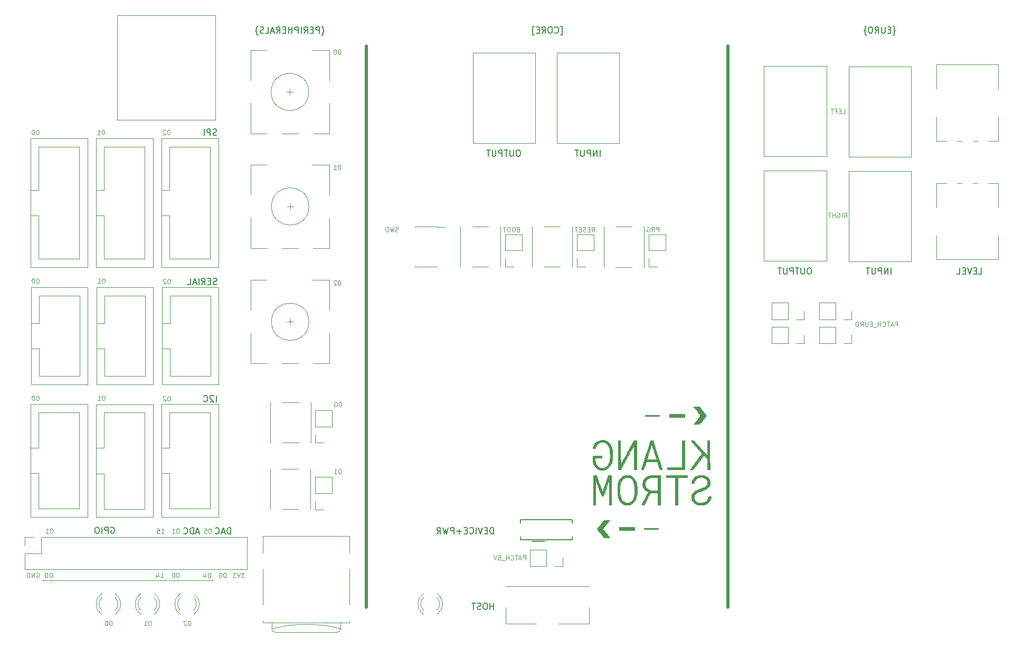
<source format=gbr>
%TF.GenerationSoftware,KiCad,Pcbnew,(5.1.8-0-10_14)*%
%TF.CreationDate,2021-03-03T20:06:49+01:00*%
%TF.ProjectId,KLST_CORE,4b4c5354-5f43-44f5-9245-2e6b69636164,v0.1*%
%TF.SameCoordinates,Original*%
%TF.FileFunction,Legend,Bot*%
%TF.FilePolarity,Positive*%
%FSLAX46Y46*%
G04 Gerber Fmt 4.6, Leading zero omitted, Abs format (unit mm)*
G04 Created by KiCad (PCBNEW (5.1.8-0-10_14)) date 2021-03-03 20:06:49*
%MOMM*%
%LPD*%
G01*
G04 APERTURE LIST*
%ADD10C,0.100000*%
%ADD11C,0.150000*%
%ADD12C,0.120000*%
%ADD13C,0.500000*%
%ADD14C,0.010000*%
G04 APERTURE END LIST*
D10*
X57832142Y-114089285D02*
X57760714Y-114089285D01*
X57689285Y-114125000D01*
X57653571Y-114160714D01*
X57617857Y-114232142D01*
X57582142Y-114375000D01*
X57582142Y-114553571D01*
X57617857Y-114696428D01*
X57653571Y-114767857D01*
X57689285Y-114803571D01*
X57760714Y-114839285D01*
X57832142Y-114839285D01*
X57903571Y-114803571D01*
X57939285Y-114767857D01*
X57975000Y-114696428D01*
X58010714Y-114553571D01*
X58010714Y-114375000D01*
X57975000Y-114232142D01*
X57939285Y-114160714D01*
X57903571Y-114125000D01*
X57832142Y-114089285D01*
X56867857Y-114839285D02*
X57296428Y-114839285D01*
X57082142Y-114839285D02*
X57082142Y-114089285D01*
X57153571Y-114196428D01*
X57225000Y-114267857D01*
X57296428Y-114303571D01*
X68332142Y-114189285D02*
X68260714Y-114189285D01*
X68189285Y-114225000D01*
X68153571Y-114260714D01*
X68117857Y-114332142D01*
X68082142Y-114475000D01*
X68082142Y-114653571D01*
X68117857Y-114796428D01*
X68153571Y-114867857D01*
X68189285Y-114903571D01*
X68260714Y-114939285D01*
X68332142Y-114939285D01*
X68403571Y-114903571D01*
X68439285Y-114867857D01*
X68475000Y-114796428D01*
X68510714Y-114653571D01*
X68510714Y-114475000D01*
X68475000Y-114332142D01*
X68439285Y-114260714D01*
X68403571Y-114225000D01*
X68332142Y-114189285D01*
X67796428Y-114260714D02*
X67760714Y-114225000D01*
X67689285Y-114189285D01*
X67510714Y-114189285D01*
X67439285Y-114225000D01*
X67403571Y-114260714D01*
X67367857Y-114332142D01*
X67367857Y-114403571D01*
X67403571Y-114510714D01*
X67832142Y-114939285D01*
X67367857Y-114939285D01*
X47272142Y-114089285D02*
X47200714Y-114089285D01*
X47129285Y-114125000D01*
X47093571Y-114160714D01*
X47057857Y-114232142D01*
X47022142Y-114375000D01*
X47022142Y-114553571D01*
X47057857Y-114696428D01*
X47093571Y-114767857D01*
X47129285Y-114803571D01*
X47200714Y-114839285D01*
X47272142Y-114839285D01*
X47343571Y-114803571D01*
X47379285Y-114767857D01*
X47415000Y-114696428D01*
X47450714Y-114553571D01*
X47450714Y-114375000D01*
X47415000Y-114232142D01*
X47379285Y-114160714D01*
X47343571Y-114125000D01*
X47272142Y-114089285D01*
X46557857Y-114089285D02*
X46486428Y-114089285D01*
X46415000Y-114125000D01*
X46379285Y-114160714D01*
X46343571Y-114232142D01*
X46307857Y-114375000D01*
X46307857Y-114553571D01*
X46343571Y-114696428D01*
X46379285Y-114767857D01*
X46415000Y-114803571D01*
X46486428Y-114839285D01*
X46557857Y-114839285D01*
X46629285Y-114803571D01*
X46665000Y-114767857D01*
X46700714Y-114696428D01*
X46736428Y-114553571D01*
X46736428Y-114375000D01*
X46700714Y-114232142D01*
X46665000Y-114160714D01*
X46629285Y-114125000D01*
X46557857Y-114089285D01*
X57832142Y-95289285D02*
X57760714Y-95289285D01*
X57689285Y-95325000D01*
X57653571Y-95360714D01*
X57617857Y-95432142D01*
X57582142Y-95575000D01*
X57582142Y-95753571D01*
X57617857Y-95896428D01*
X57653571Y-95967857D01*
X57689285Y-96003571D01*
X57760714Y-96039285D01*
X57832142Y-96039285D01*
X57903571Y-96003571D01*
X57939285Y-95967857D01*
X57975000Y-95896428D01*
X58010714Y-95753571D01*
X58010714Y-95575000D01*
X57975000Y-95432142D01*
X57939285Y-95360714D01*
X57903571Y-95325000D01*
X57832142Y-95289285D01*
X56867857Y-96039285D02*
X57296428Y-96039285D01*
X57082142Y-96039285D02*
X57082142Y-95289285D01*
X57153571Y-95396428D01*
X57225000Y-95467857D01*
X57296428Y-95503571D01*
X68332142Y-95389285D02*
X68260714Y-95389285D01*
X68189285Y-95425000D01*
X68153571Y-95460714D01*
X68117857Y-95532142D01*
X68082142Y-95675000D01*
X68082142Y-95853571D01*
X68117857Y-95996428D01*
X68153571Y-96067857D01*
X68189285Y-96103571D01*
X68260714Y-96139285D01*
X68332142Y-96139285D01*
X68403571Y-96103571D01*
X68439285Y-96067857D01*
X68475000Y-95996428D01*
X68510714Y-95853571D01*
X68510714Y-95675000D01*
X68475000Y-95532142D01*
X68439285Y-95460714D01*
X68403571Y-95425000D01*
X68332142Y-95389285D01*
X67796428Y-95460714D02*
X67760714Y-95425000D01*
X67689285Y-95389285D01*
X67510714Y-95389285D01*
X67439285Y-95425000D01*
X67403571Y-95460714D01*
X67367857Y-95532142D01*
X67367857Y-95603571D01*
X67403571Y-95710714D01*
X67832142Y-96139285D01*
X67367857Y-96139285D01*
X47272142Y-95289285D02*
X47200714Y-95289285D01*
X47129285Y-95325000D01*
X47093571Y-95360714D01*
X47057857Y-95432142D01*
X47022142Y-95575000D01*
X47022142Y-95753571D01*
X47057857Y-95896428D01*
X47093571Y-95967857D01*
X47129285Y-96003571D01*
X47200714Y-96039285D01*
X47272142Y-96039285D01*
X47343571Y-96003571D01*
X47379285Y-95967857D01*
X47415000Y-95896428D01*
X47450714Y-95753571D01*
X47450714Y-95575000D01*
X47415000Y-95432142D01*
X47379285Y-95360714D01*
X47343571Y-95325000D01*
X47272142Y-95289285D01*
X46557857Y-95289285D02*
X46486428Y-95289285D01*
X46415000Y-95325000D01*
X46379285Y-95360714D01*
X46343571Y-95432142D01*
X46307857Y-95575000D01*
X46307857Y-95753571D01*
X46343571Y-95896428D01*
X46379285Y-95967857D01*
X46415000Y-96003571D01*
X46486428Y-96039285D01*
X46557857Y-96039285D01*
X46629285Y-96003571D01*
X46665000Y-95967857D01*
X46700714Y-95896428D01*
X46736428Y-95753571D01*
X46736428Y-95575000D01*
X46700714Y-95432142D01*
X46665000Y-95360714D01*
X46629285Y-95325000D01*
X46557857Y-95289285D01*
X77292857Y-142489285D02*
X77221428Y-142489285D01*
X77150000Y-142525000D01*
X77114285Y-142560714D01*
X77078571Y-142632142D01*
X77042857Y-142775000D01*
X77042857Y-142953571D01*
X77078571Y-143096428D01*
X77114285Y-143167857D01*
X77150000Y-143203571D01*
X77221428Y-143239285D01*
X77292857Y-143239285D01*
X77364285Y-143203571D01*
X77400000Y-143167857D01*
X77435714Y-143096428D01*
X77471428Y-142953571D01*
X77471428Y-142775000D01*
X77435714Y-142632142D01*
X77400000Y-142560714D01*
X77364285Y-142525000D01*
X77292857Y-142489285D01*
X76578571Y-142489285D02*
X76507142Y-142489285D01*
X76435714Y-142525000D01*
X76400000Y-142560714D01*
X76364285Y-142632142D01*
X76328571Y-142775000D01*
X76328571Y-142953571D01*
X76364285Y-143096428D01*
X76400000Y-143167857D01*
X76435714Y-143203571D01*
X76507142Y-143239285D01*
X76578571Y-143239285D01*
X76650000Y-143203571D01*
X76685714Y-143167857D01*
X76721428Y-143096428D01*
X76757142Y-142953571D01*
X76757142Y-142775000D01*
X76721428Y-142632142D01*
X76685714Y-142560714D01*
X76650000Y-142525000D01*
X76578571Y-142489285D01*
X125516428Y-140429285D02*
X125516428Y-139679285D01*
X125230714Y-139679285D01*
X125159285Y-139715000D01*
X125123571Y-139750714D01*
X125087857Y-139822142D01*
X125087857Y-139929285D01*
X125123571Y-140000714D01*
X125159285Y-140036428D01*
X125230714Y-140072142D01*
X125516428Y-140072142D01*
X124802142Y-140215000D02*
X124445000Y-140215000D01*
X124873571Y-140429285D02*
X124623571Y-139679285D01*
X124373571Y-140429285D01*
X124230714Y-139679285D02*
X123802142Y-139679285D01*
X124016428Y-140429285D02*
X124016428Y-139679285D01*
X123123571Y-140357857D02*
X123159285Y-140393571D01*
X123266428Y-140429285D01*
X123337857Y-140429285D01*
X123445000Y-140393571D01*
X123516428Y-140322142D01*
X123552142Y-140250714D01*
X123587857Y-140107857D01*
X123587857Y-140000714D01*
X123552142Y-139857857D01*
X123516428Y-139786428D01*
X123445000Y-139715000D01*
X123337857Y-139679285D01*
X123266428Y-139679285D01*
X123159285Y-139715000D01*
X123123571Y-139750714D01*
X122802142Y-140429285D02*
X122802142Y-139679285D01*
X122802142Y-140036428D02*
X122373571Y-140036428D01*
X122373571Y-140429285D02*
X122373571Y-139679285D01*
X122195000Y-140500714D02*
X121623571Y-140500714D01*
X121087857Y-139679285D02*
X121445000Y-139679285D01*
X121480714Y-140036428D01*
X121445000Y-140000714D01*
X121373571Y-139965000D01*
X121195000Y-139965000D01*
X121123571Y-140000714D01*
X121087857Y-140036428D01*
X121052142Y-140107857D01*
X121052142Y-140286428D01*
X121087857Y-140357857D01*
X121123571Y-140393571D01*
X121195000Y-140429285D01*
X121373571Y-140429285D01*
X121445000Y-140393571D01*
X121480714Y-140357857D01*
X120837857Y-139679285D02*
X120587857Y-140429285D01*
X120337857Y-139679285D01*
X185157857Y-102989285D02*
X185157857Y-102239285D01*
X184872142Y-102239285D01*
X184800714Y-102275000D01*
X184765000Y-102310714D01*
X184729285Y-102382142D01*
X184729285Y-102489285D01*
X184765000Y-102560714D01*
X184800714Y-102596428D01*
X184872142Y-102632142D01*
X185157857Y-102632142D01*
X184443571Y-102775000D02*
X184086428Y-102775000D01*
X184515000Y-102989285D02*
X184265000Y-102239285D01*
X184015000Y-102989285D01*
X183872142Y-102239285D02*
X183443571Y-102239285D01*
X183657857Y-102989285D02*
X183657857Y-102239285D01*
X182765000Y-102917857D02*
X182800714Y-102953571D01*
X182907857Y-102989285D01*
X182979285Y-102989285D01*
X183086428Y-102953571D01*
X183157857Y-102882142D01*
X183193571Y-102810714D01*
X183229285Y-102667857D01*
X183229285Y-102560714D01*
X183193571Y-102417857D01*
X183157857Y-102346428D01*
X183086428Y-102275000D01*
X182979285Y-102239285D01*
X182907857Y-102239285D01*
X182800714Y-102275000D01*
X182765000Y-102310714D01*
X182443571Y-102989285D02*
X182443571Y-102239285D01*
X182443571Y-102596428D02*
X182015000Y-102596428D01*
X182015000Y-102989285D02*
X182015000Y-102239285D01*
X181836428Y-103060714D02*
X181265000Y-103060714D01*
X181086428Y-102596428D02*
X180836428Y-102596428D01*
X180729285Y-102989285D02*
X181086428Y-102989285D01*
X181086428Y-102239285D01*
X180729285Y-102239285D01*
X180407857Y-102239285D02*
X180407857Y-102846428D01*
X180372142Y-102917857D01*
X180336428Y-102953571D01*
X180265000Y-102989285D01*
X180122142Y-102989285D01*
X180050714Y-102953571D01*
X180015000Y-102917857D01*
X179979285Y-102846428D01*
X179979285Y-102239285D01*
X179193571Y-102989285D02*
X179443571Y-102632142D01*
X179622142Y-102989285D02*
X179622142Y-102239285D01*
X179336428Y-102239285D01*
X179265000Y-102275000D01*
X179229285Y-102310714D01*
X179193571Y-102382142D01*
X179193571Y-102489285D01*
X179229285Y-102560714D01*
X179265000Y-102596428D01*
X179336428Y-102632142D01*
X179622142Y-102632142D01*
X178729285Y-102239285D02*
X178586428Y-102239285D01*
X178515000Y-102275000D01*
X178443571Y-102346428D01*
X178407857Y-102489285D01*
X178407857Y-102739285D01*
X178443571Y-102882142D01*
X178515000Y-102953571D01*
X178586428Y-102989285D01*
X178729285Y-102989285D01*
X178800714Y-102953571D01*
X178872142Y-102882142D01*
X178907857Y-102739285D01*
X178907857Y-102489285D01*
X178872142Y-102346428D01*
X178800714Y-102275000D01*
X178729285Y-102239285D01*
D11*
X124404761Y-74702380D02*
X124214285Y-74702380D01*
X124119047Y-74750000D01*
X124023809Y-74845238D01*
X123976190Y-75035714D01*
X123976190Y-75369047D01*
X124023809Y-75559523D01*
X124119047Y-75654761D01*
X124214285Y-75702380D01*
X124404761Y-75702380D01*
X124500000Y-75654761D01*
X124595238Y-75559523D01*
X124642857Y-75369047D01*
X124642857Y-75035714D01*
X124595238Y-74845238D01*
X124500000Y-74750000D01*
X124404761Y-74702380D01*
X123547619Y-74702380D02*
X123547619Y-75511904D01*
X123500000Y-75607142D01*
X123452380Y-75654761D01*
X123357142Y-75702380D01*
X123166666Y-75702380D01*
X123071428Y-75654761D01*
X123023809Y-75607142D01*
X122976190Y-75511904D01*
X122976190Y-74702380D01*
X122642857Y-74702380D02*
X122071428Y-74702380D01*
X122357142Y-75702380D02*
X122357142Y-74702380D01*
X121738095Y-75702380D02*
X121738095Y-74702380D01*
X121357142Y-74702380D01*
X121261904Y-74750000D01*
X121214285Y-74797619D01*
X121166666Y-74892857D01*
X121166666Y-75035714D01*
X121214285Y-75130952D01*
X121261904Y-75178571D01*
X121357142Y-75226190D01*
X121738095Y-75226190D01*
X120738095Y-74702380D02*
X120738095Y-75511904D01*
X120690476Y-75607142D01*
X120642857Y-75654761D01*
X120547619Y-75702380D01*
X120357142Y-75702380D01*
X120261904Y-75654761D01*
X120214285Y-75607142D01*
X120166666Y-75511904D01*
X120166666Y-74702380D01*
X119833333Y-74702380D02*
X119261904Y-74702380D01*
X119547619Y-75702380D02*
X119547619Y-74702380D01*
X137428571Y-75702380D02*
X137428571Y-74702380D01*
X136952380Y-75702380D02*
X136952380Y-74702380D01*
X136380952Y-75702380D01*
X136380952Y-74702380D01*
X135904761Y-75702380D02*
X135904761Y-74702380D01*
X135523809Y-74702380D01*
X135428571Y-74750000D01*
X135380952Y-74797619D01*
X135333333Y-74892857D01*
X135333333Y-75035714D01*
X135380952Y-75130952D01*
X135428571Y-75178571D01*
X135523809Y-75226190D01*
X135904761Y-75226190D01*
X134904761Y-74702380D02*
X134904761Y-75511904D01*
X134857142Y-75607142D01*
X134809523Y-75654761D01*
X134714285Y-75702380D01*
X134523809Y-75702380D01*
X134428571Y-75654761D01*
X134380952Y-75607142D01*
X134333333Y-75511904D01*
X134333333Y-74702380D01*
X134000000Y-74702380D02*
X133428571Y-74702380D01*
X133714285Y-75702380D02*
X133714285Y-74702380D01*
D10*
X176324285Y-68839285D02*
X176681428Y-68839285D01*
X176681428Y-68089285D01*
X176074285Y-68446428D02*
X175824285Y-68446428D01*
X175717142Y-68839285D02*
X176074285Y-68839285D01*
X176074285Y-68089285D01*
X175717142Y-68089285D01*
X175145714Y-68446428D02*
X175395714Y-68446428D01*
X175395714Y-68839285D02*
X175395714Y-68089285D01*
X175038571Y-68089285D01*
X174860000Y-68089285D02*
X174431428Y-68089285D01*
X174645714Y-68839285D02*
X174645714Y-68089285D01*
X105042142Y-87753571D02*
X104935000Y-87789285D01*
X104756428Y-87789285D01*
X104685000Y-87753571D01*
X104649285Y-87717857D01*
X104613571Y-87646428D01*
X104613571Y-87575000D01*
X104649285Y-87503571D01*
X104685000Y-87467857D01*
X104756428Y-87432142D01*
X104899285Y-87396428D01*
X104970714Y-87360714D01*
X105006428Y-87325000D01*
X105042142Y-87253571D01*
X105042142Y-87182142D01*
X105006428Y-87110714D01*
X104970714Y-87075000D01*
X104899285Y-87039285D01*
X104720714Y-87039285D01*
X104613571Y-87075000D01*
X104363571Y-87039285D02*
X104185000Y-87789285D01*
X104042142Y-87253571D01*
X103899285Y-87789285D01*
X103720714Y-87039285D01*
X103435000Y-87789285D02*
X103435000Y-87039285D01*
X103256428Y-87039285D01*
X103149285Y-87075000D01*
X103077857Y-87146428D01*
X103042142Y-87217857D01*
X103006428Y-87360714D01*
X103006428Y-87467857D01*
X103042142Y-87610714D01*
X103077857Y-87682142D01*
X103149285Y-87753571D01*
X103256428Y-87789285D01*
X103435000Y-87789285D01*
D11*
X198128571Y-94602380D02*
X198604761Y-94602380D01*
X198604761Y-93602380D01*
X197795238Y-94078571D02*
X197461904Y-94078571D01*
X197319047Y-94602380D02*
X197795238Y-94602380D01*
X197795238Y-93602380D01*
X197319047Y-93602380D01*
X197033333Y-93602380D02*
X196700000Y-94602380D01*
X196366666Y-93602380D01*
X196033333Y-94078571D02*
X195700000Y-94078571D01*
X195557142Y-94602380D02*
X196033333Y-94602380D01*
X196033333Y-93602380D01*
X195557142Y-93602380D01*
X194652380Y-94602380D02*
X195128571Y-94602380D01*
X195128571Y-93602380D01*
X184128571Y-94602380D02*
X184128571Y-93602380D01*
X183652380Y-94602380D02*
X183652380Y-93602380D01*
X183080952Y-94602380D01*
X183080952Y-93602380D01*
X182604761Y-94602380D02*
X182604761Y-93602380D01*
X182223809Y-93602380D01*
X182128571Y-93650000D01*
X182080952Y-93697619D01*
X182033333Y-93792857D01*
X182033333Y-93935714D01*
X182080952Y-94030952D01*
X182128571Y-94078571D01*
X182223809Y-94126190D01*
X182604761Y-94126190D01*
X181604761Y-93602380D02*
X181604761Y-94411904D01*
X181557142Y-94507142D01*
X181509523Y-94554761D01*
X181414285Y-94602380D01*
X181223809Y-94602380D01*
X181128571Y-94554761D01*
X181080952Y-94507142D01*
X181033333Y-94411904D01*
X181033333Y-93602380D01*
X180700000Y-93602380D02*
X180128571Y-93602380D01*
X180414285Y-94602380D02*
X180414285Y-93602380D01*
X171104761Y-93602380D02*
X170914285Y-93602380D01*
X170819047Y-93650000D01*
X170723809Y-93745238D01*
X170676190Y-93935714D01*
X170676190Y-94269047D01*
X170723809Y-94459523D01*
X170819047Y-94554761D01*
X170914285Y-94602380D01*
X171104761Y-94602380D01*
X171200000Y-94554761D01*
X171295238Y-94459523D01*
X171342857Y-94269047D01*
X171342857Y-93935714D01*
X171295238Y-93745238D01*
X171200000Y-93650000D01*
X171104761Y-93602380D01*
X170247619Y-93602380D02*
X170247619Y-94411904D01*
X170200000Y-94507142D01*
X170152380Y-94554761D01*
X170057142Y-94602380D01*
X169866666Y-94602380D01*
X169771428Y-94554761D01*
X169723809Y-94507142D01*
X169676190Y-94411904D01*
X169676190Y-93602380D01*
X169342857Y-93602380D02*
X168771428Y-93602380D01*
X169057142Y-94602380D02*
X169057142Y-93602380D01*
X168438095Y-94602380D02*
X168438095Y-93602380D01*
X168057142Y-93602380D01*
X167961904Y-93650000D01*
X167914285Y-93697619D01*
X167866666Y-93792857D01*
X167866666Y-93935714D01*
X167914285Y-94030952D01*
X167961904Y-94078571D01*
X168057142Y-94126190D01*
X168438095Y-94126190D01*
X167438095Y-93602380D02*
X167438095Y-94411904D01*
X167390476Y-94507142D01*
X167342857Y-94554761D01*
X167247619Y-94602380D01*
X167057142Y-94602380D01*
X166961904Y-94554761D01*
X166914285Y-94507142D01*
X166866666Y-94411904D01*
X166866666Y-93602380D01*
X166533333Y-93602380D02*
X165961904Y-93602380D01*
X166247619Y-94602380D02*
X166247619Y-93602380D01*
D10*
X176540000Y-85549285D02*
X176790000Y-85192142D01*
X176968571Y-85549285D02*
X176968571Y-84799285D01*
X176682857Y-84799285D01*
X176611428Y-84835000D01*
X176575714Y-84870714D01*
X176540000Y-84942142D01*
X176540000Y-85049285D01*
X176575714Y-85120714D01*
X176611428Y-85156428D01*
X176682857Y-85192142D01*
X176968571Y-85192142D01*
X176218571Y-85549285D02*
X176218571Y-84799285D01*
X175468571Y-84835000D02*
X175540000Y-84799285D01*
X175647142Y-84799285D01*
X175754285Y-84835000D01*
X175825714Y-84906428D01*
X175861428Y-84977857D01*
X175897142Y-85120714D01*
X175897142Y-85227857D01*
X175861428Y-85370714D01*
X175825714Y-85442142D01*
X175754285Y-85513571D01*
X175647142Y-85549285D01*
X175575714Y-85549285D01*
X175468571Y-85513571D01*
X175432857Y-85477857D01*
X175432857Y-85227857D01*
X175575714Y-85227857D01*
X175111428Y-85549285D02*
X175111428Y-84799285D01*
X175111428Y-85156428D02*
X174682857Y-85156428D01*
X174682857Y-85549285D02*
X174682857Y-84799285D01*
X174432857Y-84799285D02*
X174004285Y-84799285D01*
X174218571Y-85549285D02*
X174218571Y-84799285D01*
X124279285Y-87396428D02*
X124172142Y-87432142D01*
X124136428Y-87467857D01*
X124100714Y-87539285D01*
X124100714Y-87646428D01*
X124136428Y-87717857D01*
X124172142Y-87753571D01*
X124243571Y-87789285D01*
X124529285Y-87789285D01*
X124529285Y-87039285D01*
X124279285Y-87039285D01*
X124207857Y-87075000D01*
X124172142Y-87110714D01*
X124136428Y-87182142D01*
X124136428Y-87253571D01*
X124172142Y-87325000D01*
X124207857Y-87360714D01*
X124279285Y-87396428D01*
X124529285Y-87396428D01*
X123636428Y-87039285D02*
X123493571Y-87039285D01*
X123422142Y-87075000D01*
X123350714Y-87146428D01*
X123315000Y-87289285D01*
X123315000Y-87539285D01*
X123350714Y-87682142D01*
X123422142Y-87753571D01*
X123493571Y-87789285D01*
X123636428Y-87789285D01*
X123707857Y-87753571D01*
X123779285Y-87682142D01*
X123815000Y-87539285D01*
X123815000Y-87289285D01*
X123779285Y-87146428D01*
X123707857Y-87075000D01*
X123636428Y-87039285D01*
X122850714Y-87039285D02*
X122707857Y-87039285D01*
X122636428Y-87075000D01*
X122565000Y-87146428D01*
X122529285Y-87289285D01*
X122529285Y-87539285D01*
X122565000Y-87682142D01*
X122636428Y-87753571D01*
X122707857Y-87789285D01*
X122850714Y-87789285D01*
X122922142Y-87753571D01*
X122993571Y-87682142D01*
X123029285Y-87539285D01*
X123029285Y-87289285D01*
X122993571Y-87146428D01*
X122922142Y-87075000D01*
X122850714Y-87039285D01*
X122315000Y-87039285D02*
X121886428Y-87039285D01*
X122100714Y-87789285D02*
X122100714Y-87039285D01*
X136100714Y-87789285D02*
X136350714Y-87432142D01*
X136529285Y-87789285D02*
X136529285Y-87039285D01*
X136243571Y-87039285D01*
X136172142Y-87075000D01*
X136136428Y-87110714D01*
X136100714Y-87182142D01*
X136100714Y-87289285D01*
X136136428Y-87360714D01*
X136172142Y-87396428D01*
X136243571Y-87432142D01*
X136529285Y-87432142D01*
X135779285Y-87396428D02*
X135529285Y-87396428D01*
X135422142Y-87789285D02*
X135779285Y-87789285D01*
X135779285Y-87039285D01*
X135422142Y-87039285D01*
X135136428Y-87753571D02*
X135029285Y-87789285D01*
X134850714Y-87789285D01*
X134779285Y-87753571D01*
X134743571Y-87717857D01*
X134707857Y-87646428D01*
X134707857Y-87575000D01*
X134743571Y-87503571D01*
X134779285Y-87467857D01*
X134850714Y-87432142D01*
X134993571Y-87396428D01*
X135065000Y-87360714D01*
X135100714Y-87325000D01*
X135136428Y-87253571D01*
X135136428Y-87182142D01*
X135100714Y-87110714D01*
X135065000Y-87075000D01*
X134993571Y-87039285D01*
X134815000Y-87039285D01*
X134707857Y-87075000D01*
X134386428Y-87396428D02*
X134136428Y-87396428D01*
X134029285Y-87789285D02*
X134386428Y-87789285D01*
X134386428Y-87039285D01*
X134029285Y-87039285D01*
X133815000Y-87039285D02*
X133386428Y-87039285D01*
X133600714Y-87789285D02*
X133600714Y-87039285D01*
D11*
X120374404Y-148342380D02*
X120374404Y-147342380D01*
X120374404Y-147818571D02*
X119802976Y-147818571D01*
X119802976Y-148342380D02*
X119802976Y-147342380D01*
X119136309Y-147342380D02*
X118945833Y-147342380D01*
X118850595Y-147390000D01*
X118755357Y-147485238D01*
X118707738Y-147675714D01*
X118707738Y-148009047D01*
X118755357Y-148199523D01*
X118850595Y-148294761D01*
X118945833Y-148342380D01*
X119136309Y-148342380D01*
X119231547Y-148294761D01*
X119326785Y-148199523D01*
X119374404Y-148009047D01*
X119374404Y-147675714D01*
X119326785Y-147485238D01*
X119231547Y-147390000D01*
X119136309Y-147342380D01*
X118326785Y-148294761D02*
X118183928Y-148342380D01*
X117945833Y-148342380D01*
X117850595Y-148294761D01*
X117802976Y-148247142D01*
X117755357Y-148151904D01*
X117755357Y-148056666D01*
X117802976Y-147961428D01*
X117850595Y-147913809D01*
X117945833Y-147866190D01*
X118136309Y-147818571D01*
X118231547Y-147770952D01*
X118279166Y-147723333D01*
X118326785Y-147628095D01*
X118326785Y-147532857D01*
X118279166Y-147437619D01*
X118231547Y-147390000D01*
X118136309Y-147342380D01*
X117898214Y-147342380D01*
X117755357Y-147390000D01*
X117469642Y-147342380D02*
X116898214Y-147342380D01*
X117183928Y-148342380D02*
X117183928Y-147342380D01*
X120374404Y-136222380D02*
X120374404Y-135222380D01*
X120136309Y-135222380D01*
X119993452Y-135270000D01*
X119898214Y-135365238D01*
X119850595Y-135460476D01*
X119802976Y-135650952D01*
X119802976Y-135793809D01*
X119850595Y-135984285D01*
X119898214Y-136079523D01*
X119993452Y-136174761D01*
X120136309Y-136222380D01*
X120374404Y-136222380D01*
X119374404Y-135698571D02*
X119041071Y-135698571D01*
X118898214Y-136222380D02*
X119374404Y-136222380D01*
X119374404Y-135222380D01*
X118898214Y-135222380D01*
X118612500Y-135222380D02*
X118279166Y-136222380D01*
X117945833Y-135222380D01*
X117612500Y-136222380D02*
X117612500Y-135222380D01*
X116564880Y-136127142D02*
X116612500Y-136174761D01*
X116755357Y-136222380D01*
X116850595Y-136222380D01*
X116993452Y-136174761D01*
X117088690Y-136079523D01*
X117136309Y-135984285D01*
X117183928Y-135793809D01*
X117183928Y-135650952D01*
X117136309Y-135460476D01*
X117088690Y-135365238D01*
X116993452Y-135270000D01*
X116850595Y-135222380D01*
X116755357Y-135222380D01*
X116612500Y-135270000D01*
X116564880Y-135317619D01*
X116136309Y-135698571D02*
X115802976Y-135698571D01*
X115660119Y-136222380D02*
X116136309Y-136222380D01*
X116136309Y-135222380D01*
X115660119Y-135222380D01*
X115231547Y-135841428D02*
X114469642Y-135841428D01*
X114850595Y-136222380D02*
X114850595Y-135460476D01*
X113993452Y-136222380D02*
X113993452Y-135222380D01*
X113612500Y-135222380D01*
X113517261Y-135270000D01*
X113469642Y-135317619D01*
X113422023Y-135412857D01*
X113422023Y-135555714D01*
X113469642Y-135650952D01*
X113517261Y-135698571D01*
X113612500Y-135746190D01*
X113993452Y-135746190D01*
X113088690Y-135222380D02*
X112850595Y-136222380D01*
X112660119Y-135508095D01*
X112469642Y-136222380D01*
X112231547Y-135222380D01*
X111279166Y-136222380D02*
X111612500Y-135746190D01*
X111850595Y-136222380D02*
X111850595Y-135222380D01*
X111469642Y-135222380D01*
X111374404Y-135270000D01*
X111326785Y-135317619D01*
X111279166Y-135412857D01*
X111279166Y-135555714D01*
X111326785Y-135650952D01*
X111374404Y-135698571D01*
X111469642Y-135746190D01*
X111850595Y-135746190D01*
D10*
X71592857Y-150189285D02*
X71521428Y-150189285D01*
X71450000Y-150225000D01*
X71414285Y-150260714D01*
X71378571Y-150332142D01*
X71342857Y-150475000D01*
X71342857Y-150653571D01*
X71378571Y-150796428D01*
X71414285Y-150867857D01*
X71450000Y-150903571D01*
X71521428Y-150939285D01*
X71592857Y-150939285D01*
X71664285Y-150903571D01*
X71700000Y-150867857D01*
X71735714Y-150796428D01*
X71771428Y-150653571D01*
X71771428Y-150475000D01*
X71735714Y-150332142D01*
X71700000Y-150260714D01*
X71664285Y-150225000D01*
X71592857Y-150189285D01*
X71057142Y-150260714D02*
X71021428Y-150225000D01*
X70950000Y-150189285D01*
X70771428Y-150189285D01*
X70700000Y-150225000D01*
X70664285Y-150260714D01*
X70628571Y-150332142D01*
X70628571Y-150403571D01*
X70664285Y-150510714D01*
X71092857Y-150939285D01*
X70628571Y-150939285D01*
X65242857Y-150189285D02*
X65171428Y-150189285D01*
X65100000Y-150225000D01*
X65064285Y-150260714D01*
X65028571Y-150332142D01*
X64992857Y-150475000D01*
X64992857Y-150653571D01*
X65028571Y-150796428D01*
X65064285Y-150867857D01*
X65100000Y-150903571D01*
X65171428Y-150939285D01*
X65242857Y-150939285D01*
X65314285Y-150903571D01*
X65350000Y-150867857D01*
X65385714Y-150796428D01*
X65421428Y-150653571D01*
X65421428Y-150475000D01*
X65385714Y-150332142D01*
X65350000Y-150260714D01*
X65314285Y-150225000D01*
X65242857Y-150189285D01*
X64278571Y-150939285D02*
X64707142Y-150939285D01*
X64492857Y-150939285D02*
X64492857Y-150189285D01*
X64564285Y-150296428D01*
X64635714Y-150367857D01*
X64707142Y-150403571D01*
X58992857Y-150189285D02*
X58921428Y-150189285D01*
X58850000Y-150225000D01*
X58814285Y-150260714D01*
X58778571Y-150332142D01*
X58742857Y-150475000D01*
X58742857Y-150653571D01*
X58778571Y-150796428D01*
X58814285Y-150867857D01*
X58850000Y-150903571D01*
X58921428Y-150939285D01*
X58992857Y-150939285D01*
X59064285Y-150903571D01*
X59100000Y-150867857D01*
X59135714Y-150796428D01*
X59171428Y-150653571D01*
X59171428Y-150475000D01*
X59135714Y-150332142D01*
X59100000Y-150260714D01*
X59064285Y-150225000D01*
X58992857Y-150189285D01*
X58278571Y-150189285D02*
X58207142Y-150189285D01*
X58135714Y-150225000D01*
X58100000Y-150260714D01*
X58064285Y-150332142D01*
X58028571Y-150475000D01*
X58028571Y-150653571D01*
X58064285Y-150796428D01*
X58100000Y-150867857D01*
X58135714Y-150903571D01*
X58207142Y-150939285D01*
X58278571Y-150939285D01*
X58350000Y-150903571D01*
X58385714Y-150867857D01*
X58421428Y-150796428D01*
X58457142Y-150653571D01*
X58457142Y-150475000D01*
X58421428Y-150332142D01*
X58385714Y-150260714D01*
X58350000Y-150225000D01*
X58278571Y-150189285D01*
X95802142Y-115089285D02*
X95730714Y-115089285D01*
X95659285Y-115125000D01*
X95623571Y-115160714D01*
X95587857Y-115232142D01*
X95552142Y-115375000D01*
X95552142Y-115553571D01*
X95587857Y-115696428D01*
X95623571Y-115767857D01*
X95659285Y-115803571D01*
X95730714Y-115839285D01*
X95802142Y-115839285D01*
X95873571Y-115803571D01*
X95909285Y-115767857D01*
X95945000Y-115696428D01*
X95980714Y-115553571D01*
X95980714Y-115375000D01*
X95945000Y-115232142D01*
X95909285Y-115160714D01*
X95873571Y-115125000D01*
X95802142Y-115089285D01*
X95087857Y-115089285D02*
X95016428Y-115089285D01*
X94945000Y-115125000D01*
X94909285Y-115160714D01*
X94873571Y-115232142D01*
X94837857Y-115375000D01*
X94837857Y-115553571D01*
X94873571Y-115696428D01*
X94909285Y-115767857D01*
X94945000Y-115803571D01*
X95016428Y-115839285D01*
X95087857Y-115839285D01*
X95159285Y-115803571D01*
X95195000Y-115767857D01*
X95230714Y-115696428D01*
X95266428Y-115553571D01*
X95266428Y-115375000D01*
X95230714Y-115232142D01*
X95195000Y-115160714D01*
X95159285Y-115125000D01*
X95087857Y-115089285D01*
X95752142Y-125829285D02*
X95680714Y-125829285D01*
X95609285Y-125865000D01*
X95573571Y-125900714D01*
X95537857Y-125972142D01*
X95502142Y-126115000D01*
X95502142Y-126293571D01*
X95537857Y-126436428D01*
X95573571Y-126507857D01*
X95609285Y-126543571D01*
X95680714Y-126579285D01*
X95752142Y-126579285D01*
X95823571Y-126543571D01*
X95859285Y-126507857D01*
X95895000Y-126436428D01*
X95930714Y-126293571D01*
X95930714Y-126115000D01*
X95895000Y-125972142D01*
X95859285Y-125900714D01*
X95823571Y-125865000D01*
X95752142Y-125829285D01*
X94787857Y-126579285D02*
X95216428Y-126579285D01*
X95002142Y-126579285D02*
X95002142Y-125829285D01*
X95073571Y-125936428D01*
X95145000Y-126007857D01*
X95216428Y-126043571D01*
X146886428Y-87789285D02*
X146886428Y-87039285D01*
X146600714Y-87039285D01*
X146529285Y-87075000D01*
X146493571Y-87110714D01*
X146457857Y-87182142D01*
X146457857Y-87289285D01*
X146493571Y-87360714D01*
X146529285Y-87396428D01*
X146600714Y-87432142D01*
X146886428Y-87432142D01*
X145707857Y-87789285D02*
X145957857Y-87432142D01*
X146136428Y-87789285D02*
X146136428Y-87039285D01*
X145850714Y-87039285D01*
X145779285Y-87075000D01*
X145743571Y-87110714D01*
X145707857Y-87182142D01*
X145707857Y-87289285D01*
X145743571Y-87360714D01*
X145779285Y-87396428D01*
X145850714Y-87432142D01*
X146136428Y-87432142D01*
X144993571Y-87075000D02*
X145065000Y-87039285D01*
X145172142Y-87039285D01*
X145279285Y-87075000D01*
X145350714Y-87146428D01*
X145386428Y-87217857D01*
X145422142Y-87360714D01*
X145422142Y-87467857D01*
X145386428Y-87610714D01*
X145350714Y-87682142D01*
X145279285Y-87753571D01*
X145172142Y-87789285D01*
X145100714Y-87789285D01*
X144993571Y-87753571D01*
X144957857Y-87717857D01*
X144957857Y-87467857D01*
X145100714Y-87467857D01*
X95672142Y-58589285D02*
X95600714Y-58589285D01*
X95529285Y-58625000D01*
X95493571Y-58660714D01*
X95457857Y-58732142D01*
X95422142Y-58875000D01*
X95422142Y-59053571D01*
X95457857Y-59196428D01*
X95493571Y-59267857D01*
X95529285Y-59303571D01*
X95600714Y-59339285D01*
X95672142Y-59339285D01*
X95743571Y-59303571D01*
X95779285Y-59267857D01*
X95815000Y-59196428D01*
X95850714Y-59053571D01*
X95850714Y-58875000D01*
X95815000Y-58732142D01*
X95779285Y-58660714D01*
X95743571Y-58625000D01*
X95672142Y-58589285D01*
X94957857Y-58589285D02*
X94886428Y-58589285D01*
X94815000Y-58625000D01*
X94779285Y-58660714D01*
X94743571Y-58732142D01*
X94707857Y-58875000D01*
X94707857Y-59053571D01*
X94743571Y-59196428D01*
X94779285Y-59267857D01*
X94815000Y-59303571D01*
X94886428Y-59339285D01*
X94957857Y-59339285D01*
X95029285Y-59303571D01*
X95065000Y-59267857D01*
X95100714Y-59196428D01*
X95136428Y-59053571D01*
X95136428Y-58875000D01*
X95100714Y-58732142D01*
X95065000Y-58660714D01*
X95029285Y-58625000D01*
X94957857Y-58589285D01*
X95672142Y-77089285D02*
X95600714Y-77089285D01*
X95529285Y-77125000D01*
X95493571Y-77160714D01*
X95457857Y-77232142D01*
X95422142Y-77375000D01*
X95422142Y-77553571D01*
X95457857Y-77696428D01*
X95493571Y-77767857D01*
X95529285Y-77803571D01*
X95600714Y-77839285D01*
X95672142Y-77839285D01*
X95743571Y-77803571D01*
X95779285Y-77767857D01*
X95815000Y-77696428D01*
X95850714Y-77553571D01*
X95850714Y-77375000D01*
X95815000Y-77232142D01*
X95779285Y-77160714D01*
X95743571Y-77125000D01*
X95672142Y-77089285D01*
X94707857Y-77839285D02*
X95136428Y-77839285D01*
X94922142Y-77839285D02*
X94922142Y-77089285D01*
X94993571Y-77196428D01*
X95065000Y-77267857D01*
X95136428Y-77303571D01*
X95672142Y-95589285D02*
X95600714Y-95589285D01*
X95529285Y-95625000D01*
X95493571Y-95660714D01*
X95457857Y-95732142D01*
X95422142Y-95875000D01*
X95422142Y-96053571D01*
X95457857Y-96196428D01*
X95493571Y-96267857D01*
X95529285Y-96303571D01*
X95600714Y-96339285D01*
X95672142Y-96339285D01*
X95743571Y-96303571D01*
X95779285Y-96267857D01*
X95815000Y-96196428D01*
X95850714Y-96053571D01*
X95850714Y-95875000D01*
X95815000Y-95732142D01*
X95779285Y-95660714D01*
X95743571Y-95625000D01*
X95672142Y-95589285D01*
X95136428Y-95660714D02*
X95100714Y-95625000D01*
X95029285Y-95589285D01*
X94850714Y-95589285D01*
X94779285Y-95625000D01*
X94743571Y-95660714D01*
X94707857Y-95732142D01*
X94707857Y-95803571D01*
X94743571Y-95910714D01*
X95172142Y-96339285D01*
X94707857Y-96339285D01*
D12*
X48100000Y-143750000D02*
X48100000Y-143500000D01*
X67850000Y-143750000D02*
X48100000Y-143750000D01*
X67850000Y-143500000D02*
X67850000Y-143750000D01*
X68350000Y-143750000D02*
X68350000Y-143500000D01*
X75350000Y-143750000D02*
X68350000Y-143750000D01*
X75350000Y-143500000D02*
X75350000Y-143750000D01*
D10*
X74792857Y-142489285D02*
X74721428Y-142489285D01*
X74650000Y-142525000D01*
X74614285Y-142560714D01*
X74578571Y-142632142D01*
X74542857Y-142775000D01*
X74542857Y-142953571D01*
X74578571Y-143096428D01*
X74614285Y-143167857D01*
X74650000Y-143203571D01*
X74721428Y-143239285D01*
X74792857Y-143239285D01*
X74864285Y-143203571D01*
X74900000Y-143167857D01*
X74935714Y-143096428D01*
X74971428Y-142953571D01*
X74971428Y-142775000D01*
X74935714Y-142632142D01*
X74900000Y-142560714D01*
X74864285Y-142525000D01*
X74792857Y-142489285D01*
X73900000Y-142739285D02*
X73900000Y-143239285D01*
X74078571Y-142453571D02*
X74257142Y-142989285D01*
X73792857Y-142989285D01*
X74892857Y-135389285D02*
X74821428Y-135389285D01*
X74750000Y-135425000D01*
X74714285Y-135460714D01*
X74678571Y-135532142D01*
X74642857Y-135675000D01*
X74642857Y-135853571D01*
X74678571Y-135996428D01*
X74714285Y-136067857D01*
X74750000Y-136103571D01*
X74821428Y-136139285D01*
X74892857Y-136139285D01*
X74964285Y-136103571D01*
X75000000Y-136067857D01*
X75035714Y-135996428D01*
X75071428Y-135853571D01*
X75071428Y-135675000D01*
X75035714Y-135532142D01*
X75000000Y-135460714D01*
X74964285Y-135425000D01*
X74892857Y-135389285D01*
X73964285Y-135389285D02*
X74321428Y-135389285D01*
X74357142Y-135746428D01*
X74321428Y-135710714D01*
X74250000Y-135675000D01*
X74071428Y-135675000D01*
X74000000Y-135710714D01*
X73964285Y-135746428D01*
X73928571Y-135817857D01*
X73928571Y-135996428D01*
X73964285Y-136067857D01*
X74000000Y-136103571D01*
X74071428Y-136139285D01*
X74250000Y-136139285D01*
X74321428Y-136103571D01*
X74357142Y-136067857D01*
X69742857Y-142489285D02*
X69671428Y-142489285D01*
X69600000Y-142525000D01*
X69564285Y-142560714D01*
X69528571Y-142632142D01*
X69492857Y-142775000D01*
X69492857Y-142953571D01*
X69528571Y-143096428D01*
X69564285Y-143167857D01*
X69600000Y-143203571D01*
X69671428Y-143239285D01*
X69742857Y-143239285D01*
X69814285Y-143203571D01*
X69850000Y-143167857D01*
X69885714Y-143096428D01*
X69921428Y-142953571D01*
X69921428Y-142775000D01*
X69885714Y-142632142D01*
X69850000Y-142560714D01*
X69814285Y-142525000D01*
X69742857Y-142489285D01*
X69028571Y-142489285D02*
X68957142Y-142489285D01*
X68885714Y-142525000D01*
X68850000Y-142560714D01*
X68814285Y-142632142D01*
X68778571Y-142775000D01*
X68778571Y-142953571D01*
X68814285Y-143096428D01*
X68850000Y-143167857D01*
X68885714Y-143203571D01*
X68957142Y-143239285D01*
X69028571Y-143239285D01*
X69100000Y-143203571D01*
X69135714Y-143167857D01*
X69171428Y-143096428D01*
X69207142Y-142953571D01*
X69207142Y-142775000D01*
X69171428Y-142632142D01*
X69135714Y-142560714D01*
X69100000Y-142525000D01*
X69028571Y-142489285D01*
X69742857Y-135389285D02*
X69671428Y-135389285D01*
X69600000Y-135425000D01*
X69564285Y-135460714D01*
X69528571Y-135532142D01*
X69492857Y-135675000D01*
X69492857Y-135853571D01*
X69528571Y-135996428D01*
X69564285Y-136067857D01*
X69600000Y-136103571D01*
X69671428Y-136139285D01*
X69742857Y-136139285D01*
X69814285Y-136103571D01*
X69850000Y-136067857D01*
X69885714Y-135996428D01*
X69921428Y-135853571D01*
X69921428Y-135675000D01*
X69885714Y-135532142D01*
X69850000Y-135460714D01*
X69814285Y-135425000D01*
X69742857Y-135389285D01*
X68778571Y-136139285D02*
X69207142Y-136139285D01*
X68992857Y-136139285D02*
X68992857Y-135389285D01*
X69064285Y-135496428D01*
X69135714Y-135567857D01*
X69207142Y-135603571D01*
X47071428Y-142525000D02*
X47142857Y-142489285D01*
X47250000Y-142489285D01*
X47357142Y-142525000D01*
X47428571Y-142596428D01*
X47464285Y-142667857D01*
X47500000Y-142810714D01*
X47500000Y-142917857D01*
X47464285Y-143060714D01*
X47428571Y-143132142D01*
X47357142Y-143203571D01*
X47250000Y-143239285D01*
X47178571Y-143239285D01*
X47071428Y-143203571D01*
X47035714Y-143167857D01*
X47035714Y-142917857D01*
X47178571Y-142917857D01*
X46714285Y-143239285D02*
X46714285Y-142489285D01*
X46285714Y-143239285D01*
X46285714Y-142489285D01*
X45928571Y-143239285D02*
X45928571Y-142489285D01*
X45750000Y-142489285D01*
X45642857Y-142525000D01*
X45571428Y-142596428D01*
X45535714Y-142667857D01*
X45500000Y-142810714D01*
X45500000Y-142917857D01*
X45535714Y-143060714D01*
X45571428Y-143132142D01*
X45642857Y-143203571D01*
X45750000Y-143239285D01*
X45928571Y-143239285D01*
X80428571Y-142489285D02*
X79964285Y-142489285D01*
X80214285Y-142775000D01*
X80107142Y-142775000D01*
X80035714Y-142810714D01*
X80000000Y-142846428D01*
X79964285Y-142917857D01*
X79964285Y-143096428D01*
X80000000Y-143167857D01*
X80035714Y-143203571D01*
X80107142Y-143239285D01*
X80321428Y-143239285D01*
X80392857Y-143203571D01*
X80428571Y-143167857D01*
X79750000Y-142489285D02*
X79500000Y-143239285D01*
X79250000Y-142489285D01*
X79071428Y-142489285D02*
X78607142Y-142489285D01*
X78857142Y-142775000D01*
X78750000Y-142775000D01*
X78678571Y-142810714D01*
X78642857Y-142846428D01*
X78607142Y-142917857D01*
X78607142Y-143096428D01*
X78642857Y-143167857D01*
X78678571Y-143203571D01*
X78750000Y-143239285D01*
X78964285Y-143239285D01*
X79035714Y-143203571D01*
X79071428Y-143167857D01*
D11*
X78190476Y-136252380D02*
X78190476Y-135252380D01*
X77952380Y-135252380D01*
X77809523Y-135300000D01*
X77714285Y-135395238D01*
X77666666Y-135490476D01*
X77619047Y-135680952D01*
X77619047Y-135823809D01*
X77666666Y-136014285D01*
X77714285Y-136109523D01*
X77809523Y-136204761D01*
X77952380Y-136252380D01*
X78190476Y-136252380D01*
X77238095Y-135966666D02*
X76761904Y-135966666D01*
X77333333Y-136252380D02*
X77000000Y-135252380D01*
X76666666Y-136252380D01*
X75761904Y-136157142D02*
X75809523Y-136204761D01*
X75952380Y-136252380D01*
X76047619Y-136252380D01*
X76190476Y-136204761D01*
X76285714Y-136109523D01*
X76333333Y-136014285D01*
X76380952Y-135823809D01*
X76380952Y-135680952D01*
X76333333Y-135490476D01*
X76285714Y-135395238D01*
X76190476Y-135300000D01*
X76047619Y-135252380D01*
X75952380Y-135252380D01*
X75809523Y-135300000D01*
X75761904Y-135347619D01*
X73138095Y-135966666D02*
X72661904Y-135966666D01*
X73233333Y-136252380D02*
X72900000Y-135252380D01*
X72566666Y-136252380D01*
X72233333Y-136252380D02*
X72233333Y-135252380D01*
X71995238Y-135252380D01*
X71852380Y-135300000D01*
X71757142Y-135395238D01*
X71709523Y-135490476D01*
X71661904Y-135680952D01*
X71661904Y-135823809D01*
X71709523Y-136014285D01*
X71757142Y-136109523D01*
X71852380Y-136204761D01*
X71995238Y-136252380D01*
X72233333Y-136252380D01*
X70661904Y-136157142D02*
X70709523Y-136204761D01*
X70852380Y-136252380D01*
X70947619Y-136252380D01*
X71090476Y-136204761D01*
X71185714Y-136109523D01*
X71233333Y-136014285D01*
X71280952Y-135823809D01*
X71280952Y-135680952D01*
X71233333Y-135490476D01*
X71185714Y-135395238D01*
X71090476Y-135300000D01*
X70947619Y-135252380D01*
X70852380Y-135252380D01*
X70709523Y-135300000D01*
X70661904Y-135347619D01*
D10*
X66942857Y-143239285D02*
X67371428Y-143239285D01*
X67157142Y-143239285D02*
X67157142Y-142489285D01*
X67228571Y-142596428D01*
X67300000Y-142667857D01*
X67371428Y-142703571D01*
X66300000Y-142739285D02*
X66300000Y-143239285D01*
X66478571Y-142453571D02*
X66657142Y-142989285D01*
X66192857Y-142989285D01*
X67042857Y-136139285D02*
X67471428Y-136139285D01*
X67257142Y-136139285D02*
X67257142Y-135389285D01*
X67328571Y-135496428D01*
X67400000Y-135567857D01*
X67471428Y-135603571D01*
X66364285Y-135389285D02*
X66721428Y-135389285D01*
X66757142Y-135746428D01*
X66721428Y-135710714D01*
X66650000Y-135675000D01*
X66471428Y-135675000D01*
X66400000Y-135710714D01*
X66364285Y-135746428D01*
X66328571Y-135817857D01*
X66328571Y-135996428D01*
X66364285Y-136067857D01*
X66400000Y-136103571D01*
X66471428Y-136139285D01*
X66650000Y-136139285D01*
X66721428Y-136103571D01*
X66757142Y-136067857D01*
X49392857Y-142489285D02*
X49321428Y-142489285D01*
X49250000Y-142525000D01*
X49214285Y-142560714D01*
X49178571Y-142632142D01*
X49142857Y-142775000D01*
X49142857Y-142953571D01*
X49178571Y-143096428D01*
X49214285Y-143167857D01*
X49250000Y-143203571D01*
X49321428Y-143239285D01*
X49392857Y-143239285D01*
X49464285Y-143203571D01*
X49500000Y-143167857D01*
X49535714Y-143096428D01*
X49571428Y-142953571D01*
X49571428Y-142775000D01*
X49535714Y-142632142D01*
X49500000Y-142560714D01*
X49464285Y-142525000D01*
X49392857Y-142489285D01*
X48678571Y-142489285D02*
X48607142Y-142489285D01*
X48535714Y-142525000D01*
X48500000Y-142560714D01*
X48464285Y-142632142D01*
X48428571Y-142775000D01*
X48428571Y-142953571D01*
X48464285Y-143096428D01*
X48500000Y-143167857D01*
X48535714Y-143203571D01*
X48607142Y-143239285D01*
X48678571Y-143239285D01*
X48750000Y-143203571D01*
X48785714Y-143167857D01*
X48821428Y-143096428D01*
X48857142Y-142953571D01*
X48857142Y-142775000D01*
X48821428Y-142632142D01*
X48785714Y-142560714D01*
X48750000Y-142525000D01*
X48678571Y-142489285D01*
X49492857Y-135389285D02*
X49421428Y-135389285D01*
X49350000Y-135425000D01*
X49314285Y-135460714D01*
X49278571Y-135532142D01*
X49242857Y-135675000D01*
X49242857Y-135853571D01*
X49278571Y-135996428D01*
X49314285Y-136067857D01*
X49350000Y-136103571D01*
X49421428Y-136139285D01*
X49492857Y-136139285D01*
X49564285Y-136103571D01*
X49600000Y-136067857D01*
X49635714Y-135996428D01*
X49671428Y-135853571D01*
X49671428Y-135675000D01*
X49635714Y-135532142D01*
X49600000Y-135460714D01*
X49564285Y-135425000D01*
X49492857Y-135389285D01*
X48528571Y-136139285D02*
X48957142Y-136139285D01*
X48742857Y-136139285D02*
X48742857Y-135389285D01*
X48814285Y-135496428D01*
X48885714Y-135567857D01*
X48957142Y-135603571D01*
D11*
X59000000Y-135200000D02*
X59095238Y-135152380D01*
X59238095Y-135152380D01*
X59380952Y-135200000D01*
X59476190Y-135295238D01*
X59523809Y-135390476D01*
X59571428Y-135580952D01*
X59571428Y-135723809D01*
X59523809Y-135914285D01*
X59476190Y-136009523D01*
X59380952Y-136104761D01*
X59238095Y-136152380D01*
X59142857Y-136152380D01*
X59000000Y-136104761D01*
X58952380Y-136057142D01*
X58952380Y-135723809D01*
X59142857Y-135723809D01*
X58523809Y-136152380D02*
X58523809Y-135152380D01*
X58142857Y-135152380D01*
X58047619Y-135200000D01*
X58000000Y-135247619D01*
X57952380Y-135342857D01*
X57952380Y-135485714D01*
X58000000Y-135580952D01*
X58047619Y-135628571D01*
X58142857Y-135676190D01*
X58523809Y-135676190D01*
X57523809Y-136152380D02*
X57523809Y-135152380D01*
X56857142Y-135152380D02*
X56666666Y-135152380D01*
X56571428Y-135200000D01*
X56476190Y-135295238D01*
X56428571Y-135485714D01*
X56428571Y-135819047D01*
X56476190Y-136009523D01*
X56571428Y-136104761D01*
X56666666Y-136152380D01*
X56857142Y-136152380D01*
X56952380Y-136104761D01*
X57047619Y-136009523D01*
X57095238Y-135819047D01*
X57095238Y-135485714D01*
X57047619Y-135295238D01*
X56952380Y-135200000D01*
X56857142Y-135152380D01*
D10*
X57772142Y-71489285D02*
X57700714Y-71489285D01*
X57629285Y-71525000D01*
X57593571Y-71560714D01*
X57557857Y-71632142D01*
X57522142Y-71775000D01*
X57522142Y-71953571D01*
X57557857Y-72096428D01*
X57593571Y-72167857D01*
X57629285Y-72203571D01*
X57700714Y-72239285D01*
X57772142Y-72239285D01*
X57843571Y-72203571D01*
X57879285Y-72167857D01*
X57915000Y-72096428D01*
X57950714Y-71953571D01*
X57950714Y-71775000D01*
X57915000Y-71632142D01*
X57879285Y-71560714D01*
X57843571Y-71525000D01*
X57772142Y-71489285D01*
X56807857Y-72239285D02*
X57236428Y-72239285D01*
X57022142Y-72239285D02*
X57022142Y-71489285D01*
X57093571Y-71596428D01*
X57165000Y-71667857D01*
X57236428Y-71703571D01*
X68272142Y-71489285D02*
X68200714Y-71489285D01*
X68129285Y-71525000D01*
X68093571Y-71560714D01*
X68057857Y-71632142D01*
X68022142Y-71775000D01*
X68022142Y-71953571D01*
X68057857Y-72096428D01*
X68093571Y-72167857D01*
X68129285Y-72203571D01*
X68200714Y-72239285D01*
X68272142Y-72239285D01*
X68343571Y-72203571D01*
X68379285Y-72167857D01*
X68415000Y-72096428D01*
X68450714Y-71953571D01*
X68450714Y-71775000D01*
X68415000Y-71632142D01*
X68379285Y-71560714D01*
X68343571Y-71525000D01*
X68272142Y-71489285D01*
X67736428Y-71560714D02*
X67700714Y-71525000D01*
X67629285Y-71489285D01*
X67450714Y-71489285D01*
X67379285Y-71525000D01*
X67343571Y-71560714D01*
X67307857Y-71632142D01*
X67307857Y-71703571D01*
X67343571Y-71810714D01*
X67772142Y-72239285D01*
X67307857Y-72239285D01*
X47282142Y-71489285D02*
X47210714Y-71489285D01*
X47139285Y-71525000D01*
X47103571Y-71560714D01*
X47067857Y-71632142D01*
X47032142Y-71775000D01*
X47032142Y-71953571D01*
X47067857Y-72096428D01*
X47103571Y-72167857D01*
X47139285Y-72203571D01*
X47210714Y-72239285D01*
X47282142Y-72239285D01*
X47353571Y-72203571D01*
X47389285Y-72167857D01*
X47425000Y-72096428D01*
X47460714Y-71953571D01*
X47460714Y-71775000D01*
X47425000Y-71632142D01*
X47389285Y-71560714D01*
X47353571Y-71525000D01*
X47282142Y-71489285D01*
X46567857Y-71489285D02*
X46496428Y-71489285D01*
X46425000Y-71525000D01*
X46389285Y-71560714D01*
X46353571Y-71632142D01*
X46317857Y-71775000D01*
X46317857Y-71953571D01*
X46353571Y-72096428D01*
X46389285Y-72167857D01*
X46425000Y-72203571D01*
X46496428Y-72239285D01*
X46567857Y-72239285D01*
X46639285Y-72203571D01*
X46675000Y-72167857D01*
X46710714Y-72096428D01*
X46746428Y-71953571D01*
X46746428Y-71775000D01*
X46710714Y-71632142D01*
X46675000Y-71560714D01*
X46639285Y-71525000D01*
X46567857Y-71489285D01*
D11*
X75942023Y-72304761D02*
X75799166Y-72352380D01*
X75561071Y-72352380D01*
X75465833Y-72304761D01*
X75418214Y-72257142D01*
X75370595Y-72161904D01*
X75370595Y-72066666D01*
X75418214Y-71971428D01*
X75465833Y-71923809D01*
X75561071Y-71876190D01*
X75751547Y-71828571D01*
X75846785Y-71780952D01*
X75894404Y-71733333D01*
X75942023Y-71638095D01*
X75942023Y-71542857D01*
X75894404Y-71447619D01*
X75846785Y-71400000D01*
X75751547Y-71352380D01*
X75513452Y-71352380D01*
X75370595Y-71400000D01*
X74942023Y-72352380D02*
X74942023Y-71352380D01*
X74561071Y-71352380D01*
X74465833Y-71400000D01*
X74418214Y-71447619D01*
X74370595Y-71542857D01*
X74370595Y-71685714D01*
X74418214Y-71780952D01*
X74465833Y-71828571D01*
X74561071Y-71876190D01*
X74942023Y-71876190D01*
X73942023Y-72352380D02*
X73942023Y-71352380D01*
X75884404Y-115052380D02*
X75884404Y-114052380D01*
X75455833Y-114147619D02*
X75408214Y-114100000D01*
X75312976Y-114052380D01*
X75074880Y-114052380D01*
X74979642Y-114100000D01*
X74932023Y-114147619D01*
X74884404Y-114242857D01*
X74884404Y-114338095D01*
X74932023Y-114480952D01*
X75503452Y-115052380D01*
X74884404Y-115052380D01*
X73884404Y-114957142D02*
X73932023Y-115004761D01*
X74074880Y-115052380D01*
X74170119Y-115052380D01*
X74312976Y-115004761D01*
X74408214Y-114909523D01*
X74455833Y-114814285D01*
X74503452Y-114623809D01*
X74503452Y-114480952D01*
X74455833Y-114290476D01*
X74408214Y-114195238D01*
X74312976Y-114100000D01*
X74170119Y-114052380D01*
X74074880Y-114052380D01*
X73932023Y-114100000D01*
X73884404Y-114147619D01*
X75992023Y-96204761D02*
X75849166Y-96252380D01*
X75611071Y-96252380D01*
X75515833Y-96204761D01*
X75468214Y-96157142D01*
X75420595Y-96061904D01*
X75420595Y-95966666D01*
X75468214Y-95871428D01*
X75515833Y-95823809D01*
X75611071Y-95776190D01*
X75801547Y-95728571D01*
X75896785Y-95680952D01*
X75944404Y-95633333D01*
X75992023Y-95538095D01*
X75992023Y-95442857D01*
X75944404Y-95347619D01*
X75896785Y-95300000D01*
X75801547Y-95252380D01*
X75563452Y-95252380D01*
X75420595Y-95300000D01*
X74992023Y-95728571D02*
X74658690Y-95728571D01*
X74515833Y-96252380D02*
X74992023Y-96252380D01*
X74992023Y-95252380D01*
X74515833Y-95252380D01*
X73515833Y-96252380D02*
X73849166Y-95776190D01*
X74087261Y-96252380D02*
X74087261Y-95252380D01*
X73706309Y-95252380D01*
X73611071Y-95300000D01*
X73563452Y-95347619D01*
X73515833Y-95442857D01*
X73515833Y-95585714D01*
X73563452Y-95680952D01*
X73611071Y-95728571D01*
X73706309Y-95776190D01*
X74087261Y-95776190D01*
X73087261Y-96252380D02*
X73087261Y-95252380D01*
X72658690Y-95966666D02*
X72182500Y-95966666D01*
X72753928Y-96252380D02*
X72420595Y-95252380D01*
X72087261Y-96252380D01*
X71277738Y-96252380D02*
X71753928Y-96252380D01*
X71753928Y-95252380D01*
X131119047Y-56285714D02*
X131357142Y-56285714D01*
X131357142Y-54857142D01*
X131119047Y-54857142D01*
X130166666Y-55857142D02*
X130214285Y-55904761D01*
X130357142Y-55952380D01*
X130452380Y-55952380D01*
X130595238Y-55904761D01*
X130690476Y-55809523D01*
X130738095Y-55714285D01*
X130785714Y-55523809D01*
X130785714Y-55380952D01*
X130738095Y-55190476D01*
X130690476Y-55095238D01*
X130595238Y-55000000D01*
X130452380Y-54952380D01*
X130357142Y-54952380D01*
X130214285Y-55000000D01*
X130166666Y-55047619D01*
X129547619Y-54952380D02*
X129357142Y-54952380D01*
X129261904Y-55000000D01*
X129166666Y-55095238D01*
X129119047Y-55285714D01*
X129119047Y-55619047D01*
X129166666Y-55809523D01*
X129261904Y-55904761D01*
X129357142Y-55952380D01*
X129547619Y-55952380D01*
X129642857Y-55904761D01*
X129738095Y-55809523D01*
X129785714Y-55619047D01*
X129785714Y-55285714D01*
X129738095Y-55095238D01*
X129642857Y-55000000D01*
X129547619Y-54952380D01*
X128119047Y-55952380D02*
X128452380Y-55476190D01*
X128690476Y-55952380D02*
X128690476Y-54952380D01*
X128309523Y-54952380D01*
X128214285Y-55000000D01*
X128166666Y-55047619D01*
X128119047Y-55142857D01*
X128119047Y-55285714D01*
X128166666Y-55380952D01*
X128214285Y-55428571D01*
X128309523Y-55476190D01*
X128690476Y-55476190D01*
X127690476Y-55428571D02*
X127357142Y-55428571D01*
X127214285Y-55952380D02*
X127690476Y-55952380D01*
X127690476Y-54952380D01*
X127214285Y-54952380D01*
X126880952Y-56285714D02*
X126642857Y-56285714D01*
X126642857Y-54857142D01*
X126880952Y-54857142D01*
X184442857Y-56333333D02*
X184490476Y-56333333D01*
X184585714Y-56285714D01*
X184633333Y-56190476D01*
X184633333Y-55714285D01*
X184680952Y-55619047D01*
X184776190Y-55571428D01*
X184680952Y-55523809D01*
X184633333Y-55428571D01*
X184633333Y-54952380D01*
X184585714Y-54857142D01*
X184490476Y-54809523D01*
X184442857Y-54809523D01*
X184061904Y-55428571D02*
X183728571Y-55428571D01*
X183585714Y-55952380D02*
X184061904Y-55952380D01*
X184061904Y-54952380D01*
X183585714Y-54952380D01*
X183157142Y-54952380D02*
X183157142Y-55761904D01*
X183109523Y-55857142D01*
X183061904Y-55904761D01*
X182966666Y-55952380D01*
X182776190Y-55952380D01*
X182680952Y-55904761D01*
X182633333Y-55857142D01*
X182585714Y-55761904D01*
X182585714Y-54952380D01*
X181538095Y-55952380D02*
X181871428Y-55476190D01*
X182109523Y-55952380D02*
X182109523Y-54952380D01*
X181728571Y-54952380D01*
X181633333Y-55000000D01*
X181585714Y-55047619D01*
X181538095Y-55142857D01*
X181538095Y-55285714D01*
X181585714Y-55380952D01*
X181633333Y-55428571D01*
X181728571Y-55476190D01*
X182109523Y-55476190D01*
X180919047Y-54952380D02*
X180728571Y-54952380D01*
X180633333Y-55000000D01*
X180538095Y-55095238D01*
X180490476Y-55285714D01*
X180490476Y-55619047D01*
X180538095Y-55809523D01*
X180633333Y-55904761D01*
X180728571Y-55952380D01*
X180919047Y-55952380D01*
X181014285Y-55904761D01*
X181109523Y-55809523D01*
X181157142Y-55619047D01*
X181157142Y-55285714D01*
X181109523Y-55095238D01*
X181014285Y-55000000D01*
X180919047Y-54952380D01*
X180157142Y-56333333D02*
X180109523Y-56333333D01*
X180014285Y-56285714D01*
X179966666Y-56190476D01*
X179966666Y-55714285D01*
X179919047Y-55619047D01*
X179823809Y-55571428D01*
X179919047Y-55523809D01*
X179966666Y-55428571D01*
X179966666Y-54952380D01*
X180014285Y-54857142D01*
X180109523Y-54809523D01*
X180157142Y-54809523D01*
X92819047Y-56333333D02*
X92866666Y-56285714D01*
X92961904Y-56142857D01*
X93009523Y-56047619D01*
X93057142Y-55904761D01*
X93104761Y-55666666D01*
X93104761Y-55476190D01*
X93057142Y-55238095D01*
X93009523Y-55095238D01*
X92961904Y-55000000D01*
X92866666Y-54857142D01*
X92819047Y-54809523D01*
X92438095Y-55952380D02*
X92438095Y-54952380D01*
X92057142Y-54952380D01*
X91961904Y-55000000D01*
X91914285Y-55047619D01*
X91866666Y-55142857D01*
X91866666Y-55285714D01*
X91914285Y-55380952D01*
X91961904Y-55428571D01*
X92057142Y-55476190D01*
X92438095Y-55476190D01*
X91438095Y-55428571D02*
X91104761Y-55428571D01*
X90961904Y-55952380D02*
X91438095Y-55952380D01*
X91438095Y-54952380D01*
X90961904Y-54952380D01*
X89961904Y-55952380D02*
X90295238Y-55476190D01*
X90533333Y-55952380D02*
X90533333Y-54952380D01*
X90152380Y-54952380D01*
X90057142Y-55000000D01*
X90009523Y-55047619D01*
X89961904Y-55142857D01*
X89961904Y-55285714D01*
X90009523Y-55380952D01*
X90057142Y-55428571D01*
X90152380Y-55476190D01*
X90533333Y-55476190D01*
X89533333Y-55952380D02*
X89533333Y-54952380D01*
X89057142Y-55952380D02*
X89057142Y-54952380D01*
X88676190Y-54952380D01*
X88580952Y-55000000D01*
X88533333Y-55047619D01*
X88485714Y-55142857D01*
X88485714Y-55285714D01*
X88533333Y-55380952D01*
X88580952Y-55428571D01*
X88676190Y-55476190D01*
X89057142Y-55476190D01*
X88057142Y-55952380D02*
X88057142Y-54952380D01*
X88057142Y-55428571D02*
X87485714Y-55428571D01*
X87485714Y-55952380D02*
X87485714Y-54952380D01*
X87009523Y-55428571D02*
X86676190Y-55428571D01*
X86533333Y-55952380D02*
X87009523Y-55952380D01*
X87009523Y-54952380D01*
X86533333Y-54952380D01*
X85533333Y-55952380D02*
X85866666Y-55476190D01*
X86104761Y-55952380D02*
X86104761Y-54952380D01*
X85723809Y-54952380D01*
X85628571Y-55000000D01*
X85580952Y-55047619D01*
X85533333Y-55142857D01*
X85533333Y-55285714D01*
X85580952Y-55380952D01*
X85628571Y-55428571D01*
X85723809Y-55476190D01*
X86104761Y-55476190D01*
X85152380Y-55666666D02*
X84676190Y-55666666D01*
X85247619Y-55952380D02*
X84914285Y-54952380D01*
X84580952Y-55952380D01*
X83771428Y-55952380D02*
X84247619Y-55952380D01*
X84247619Y-54952380D01*
X83485714Y-55904761D02*
X83342857Y-55952380D01*
X83104761Y-55952380D01*
X83009523Y-55904761D01*
X82961904Y-55857142D01*
X82914285Y-55761904D01*
X82914285Y-55666666D01*
X82961904Y-55571428D01*
X83009523Y-55523809D01*
X83104761Y-55476190D01*
X83295238Y-55428571D01*
X83390476Y-55380952D01*
X83438095Y-55333333D01*
X83485714Y-55238095D01*
X83485714Y-55142857D01*
X83438095Y-55047619D01*
X83390476Y-55000000D01*
X83295238Y-54952380D01*
X83057142Y-54952380D01*
X82914285Y-55000000D01*
X82580952Y-56333333D02*
X82533333Y-56285714D01*
X82438095Y-56142857D01*
X82390476Y-56047619D01*
X82342857Y-55904761D01*
X82295238Y-55666666D01*
X82295238Y-55476190D01*
X82342857Y-55238095D01*
X82390476Y-55095238D01*
X82438095Y-55000000D01*
X82533333Y-54857142D01*
X82580952Y-54809523D01*
D13*
X158000000Y-58000000D02*
X158000000Y-148000000D01*
X100000000Y-58000000D02*
X100000000Y-148000000D01*
D12*
%TO.C,J24*%
X68410000Y-122440000D02*
X67100000Y-122440000D01*
X68410000Y-122440000D02*
X68410000Y-122440000D01*
X68410000Y-116770000D02*
X68410000Y-122440000D01*
X74910000Y-116770000D02*
X68410000Y-116770000D01*
X74910000Y-132210000D02*
X74910000Y-116770000D01*
X68410000Y-132210000D02*
X74910000Y-132210000D01*
X68410000Y-126540000D02*
X68410000Y-132210000D01*
X67100000Y-126540000D02*
X68410000Y-126540000D01*
X67100000Y-115470000D02*
X67100000Y-133510000D01*
X76220000Y-115470000D02*
X67100000Y-115470000D01*
X76220000Y-133510000D02*
X76220000Y-115470000D01*
X67100000Y-133510000D02*
X76220000Y-133510000D01*
%TO.C,J5*%
X80850000Y-136760000D02*
X80850000Y-141960000D01*
X47770000Y-136760000D02*
X80850000Y-136760000D01*
X45170000Y-141960000D02*
X80850000Y-141960000D01*
X47770000Y-136760000D02*
X47770000Y-139360000D01*
X47770000Y-139360000D02*
X45170000Y-139360000D01*
X45170000Y-139360000D02*
X45170000Y-141960000D01*
X46500000Y-136760000D02*
X45170000Y-136760000D01*
X45170000Y-136760000D02*
X45170000Y-138090000D01*
%TO.C,SW8*%
X90700000Y-65400000D02*
G75*
G03*
X90700000Y-65400000I-3000000J0D01*
G01*
X81400000Y-67200000D02*
X81400000Y-72100000D01*
X94000000Y-72100000D02*
X94000000Y-67200000D01*
X94000000Y-63600000D02*
X94000000Y-58700000D01*
X94000000Y-58700000D02*
X91200000Y-58700000D01*
X81400000Y-63500000D02*
X81400000Y-58700000D01*
X81400000Y-58700000D02*
X83900000Y-58700000D01*
X81400000Y-72100000D02*
X84000000Y-72100000D01*
X86400000Y-72100000D02*
X89000000Y-72100000D01*
X91400000Y-72100000D02*
X94000000Y-72100000D01*
X87200000Y-65400000D02*
X88200000Y-65400000D01*
X87700000Y-64900000D02*
X87700000Y-65900000D01*
%TO.C,J1*%
X75710000Y-53150000D02*
X59980000Y-53150000D01*
X75710000Y-69890000D02*
X75710000Y-53150000D01*
X59980000Y-69890000D02*
X59980000Y-53150000D01*
X75700000Y-69890000D02*
X59980000Y-69890000D01*
D14*
%TO.C,X1*%
G36*
X138535936Y-134017390D02*
G01*
X138068808Y-134018804D01*
X137512453Y-134713892D01*
X137382743Y-134876326D01*
X137263584Y-135026276D01*
X137158613Y-135159112D01*
X137071463Y-135270202D01*
X137005771Y-135354916D01*
X136965171Y-135408622D01*
X136953093Y-135426488D01*
X136967780Y-135449652D01*
X137010895Y-135507785D01*
X137078878Y-135596322D01*
X137168170Y-135710704D01*
X137275209Y-135846367D01*
X137396437Y-135998751D01*
X137520669Y-136153810D01*
X138091249Y-136863624D01*
X138544043Y-136863624D01*
X138689417Y-136862874D01*
X138815426Y-136860792D01*
X138914003Y-136857629D01*
X138977082Y-136853635D01*
X138996836Y-136849524D01*
X138981451Y-136827134D01*
X138937706Y-136769794D01*
X138869221Y-136682088D01*
X138779615Y-136568604D01*
X138672508Y-136433927D01*
X138551518Y-136282643D01*
X138437477Y-136140709D01*
X138307308Y-135978595D01*
X138187870Y-135828987D01*
X138082783Y-135696486D01*
X137995670Y-135585695D01*
X137930152Y-135501218D01*
X137889850Y-135447657D01*
X137878118Y-135429785D01*
X137893503Y-135406837D01*
X137937195Y-135349074D01*
X138005495Y-135261197D01*
X138094707Y-135147907D01*
X138201134Y-135013906D01*
X138321078Y-134863896D01*
X138415389Y-134746558D01*
X138544065Y-134586793D01*
X138663176Y-134438877D01*
X138768809Y-134307671D01*
X138857051Y-134198037D01*
X138923988Y-134114837D01*
X138965707Y-134062932D01*
X138977861Y-134047758D01*
X138977255Y-134036243D01*
X138950993Y-134027810D01*
X138893760Y-134022094D01*
X138800239Y-134018728D01*
X138665116Y-134017349D01*
X138535936Y-134017390D01*
G37*
X138535936Y-134017390D02*
X138068808Y-134018804D01*
X137512453Y-134713892D01*
X137382743Y-134876326D01*
X137263584Y-135026276D01*
X137158613Y-135159112D01*
X137071463Y-135270202D01*
X137005771Y-135354916D01*
X136965171Y-135408622D01*
X136953093Y-135426488D01*
X136967780Y-135449652D01*
X137010895Y-135507785D01*
X137078878Y-135596322D01*
X137168170Y-135710704D01*
X137275209Y-135846367D01*
X137396437Y-135998751D01*
X137520669Y-136153810D01*
X138091249Y-136863624D01*
X138544043Y-136863624D01*
X138689417Y-136862874D01*
X138815426Y-136860792D01*
X138914003Y-136857629D01*
X138977082Y-136853635D01*
X138996836Y-136849524D01*
X138981451Y-136827134D01*
X138937706Y-136769794D01*
X138869221Y-136682088D01*
X138779615Y-136568604D01*
X138672508Y-136433927D01*
X138551518Y-136282643D01*
X138437477Y-136140709D01*
X138307308Y-135978595D01*
X138187870Y-135828987D01*
X138082783Y-135696486D01*
X137995670Y-135585695D01*
X137930152Y-135501218D01*
X137889850Y-135447657D01*
X137878118Y-135429785D01*
X137893503Y-135406837D01*
X137937195Y-135349074D01*
X138005495Y-135261197D01*
X138094707Y-135147907D01*
X138201134Y-135013906D01*
X138321078Y-134863896D01*
X138415389Y-134746558D01*
X138544065Y-134586793D01*
X138663176Y-134438877D01*
X138768809Y-134307671D01*
X138857051Y-134198037D01*
X138923988Y-134114837D01*
X138965707Y-134062932D01*
X138977861Y-134047758D01*
X138977255Y-134036243D01*
X138950993Y-134027810D01*
X138893760Y-134022094D01*
X138800239Y-134018728D01*
X138665116Y-134017349D01*
X138535936Y-134017390D01*
G36*
X140522362Y-135668629D02*
G01*
X142988628Y-135668629D01*
X142988628Y-135185546D01*
X140522362Y-135185546D01*
X140522362Y-135668629D01*
G37*
X140522362Y-135668629D02*
X142988628Y-135668629D01*
X142988628Y-135185546D01*
X140522362Y-135185546D01*
X140522362Y-135668629D01*
G36*
X144488728Y-135516076D02*
G01*
X146802442Y-135516076D01*
X146802442Y-135338098D01*
X144488728Y-135338098D01*
X144488728Y-135516076D01*
G37*
X144488728Y-135516076D02*
X146802442Y-135516076D01*
X146802442Y-135338098D01*
X144488728Y-135338098D01*
X144488728Y-135516076D01*
G36*
X153334084Y-126841638D02*
G01*
X153066284Y-126903338D01*
X152826442Y-127006912D01*
X152612941Y-127153215D01*
X152424167Y-127343104D01*
X152285469Y-127533853D01*
X152237664Y-127629094D01*
X152191430Y-127755540D01*
X152152966Y-127893756D01*
X152128471Y-128024308D01*
X152128090Y-128027313D01*
X152110216Y-128170378D01*
X152308396Y-128162897D01*
X152506577Y-128155416D01*
X152539575Y-128009796D01*
X152614369Y-127785479D01*
X152727728Y-127590737D01*
X152875054Y-127428260D01*
X153051748Y-127300742D01*
X153253209Y-127210873D01*
X153474841Y-127161345D01*
X153712043Y-127154850D01*
X153941117Y-127189444D01*
X154154503Y-127260046D01*
X154337625Y-127361659D01*
X154486985Y-127489794D01*
X154599081Y-127639967D01*
X154670416Y-127807691D01*
X154697488Y-127988479D01*
X154684408Y-128142262D01*
X154637428Y-128304533D01*
X154558342Y-128444408D01*
X154438269Y-128577512D01*
X154435693Y-128579928D01*
X154352434Y-128650651D01*
X154258029Y-128715330D01*
X154145300Y-128777440D01*
X154007070Y-128840456D01*
X153836161Y-128907852D01*
X153625396Y-128983104D01*
X153549142Y-129009147D01*
X153256053Y-129114121D01*
X153008306Y-129216068D01*
X152800758Y-129318060D01*
X152628267Y-129423169D01*
X152485690Y-129534465D01*
X152367884Y-129655020D01*
X152285564Y-129763825D01*
X152191276Y-129923087D01*
X152130813Y-130077502D01*
X152099989Y-130243020D01*
X152094620Y-130435592D01*
X152096505Y-130484543D01*
X152115293Y-130669522D01*
X152156264Y-130824516D01*
X152225906Y-130963816D01*
X152330706Y-131101711D01*
X152419605Y-131196207D01*
X152621446Y-131362960D01*
X152855091Y-131490470D01*
X153119102Y-131577969D01*
X153151105Y-131585378D01*
X153297715Y-131608073D01*
X153474592Y-131620527D01*
X153663033Y-131622670D01*
X153844338Y-131614432D01*
X153999806Y-131595745D01*
X154035976Y-131588670D01*
X154296590Y-131510419D01*
X154534009Y-131396626D01*
X154743748Y-131251599D01*
X154921328Y-131079642D01*
X155062265Y-130885060D01*
X155162079Y-130672160D01*
X155214817Y-130456226D01*
X155224986Y-130368881D01*
X155229078Y-130302248D01*
X155226518Y-130272082D01*
X155197399Y-130262767D01*
X155131140Y-130255975D01*
X155041437Y-130253043D01*
X155031154Y-130253013D01*
X154847051Y-130253013D01*
X154816597Y-130400456D01*
X154746180Y-130624042D01*
X154634996Y-130820095D01*
X154486620Y-130985975D01*
X154304625Y-131119045D01*
X154092584Y-131216667D01*
X153854070Y-131276203D01*
X153604758Y-131295080D01*
X153353427Y-131276691D01*
X153125730Y-131223983D01*
X152926423Y-131139199D01*
X152760267Y-131024585D01*
X152632018Y-130882384D01*
X152591857Y-130817290D01*
X152514877Y-130626481D01*
X152486184Y-130431589D01*
X152504628Y-130239413D01*
X152569058Y-130056755D01*
X152678326Y-129890412D01*
X152763479Y-129802569D01*
X152855714Y-129727950D01*
X152962981Y-129658396D01*
X153092391Y-129590464D01*
X153251054Y-129520707D01*
X153446080Y-129445681D01*
X153645204Y-129375383D01*
X153942048Y-129267815D01*
X154193189Y-129163557D01*
X154403401Y-129059772D01*
X154577460Y-128953627D01*
X154720141Y-128842288D01*
X154836218Y-128722920D01*
X154909825Y-128624722D01*
X155010972Y-128443890D01*
X155069482Y-128261676D01*
X155090803Y-128060155D01*
X155091131Y-128028288D01*
X155067423Y-127795630D01*
X154998636Y-127580885D01*
X154888272Y-127386952D01*
X154739835Y-127216729D01*
X154556829Y-127073113D01*
X154342756Y-126959002D01*
X154101121Y-126877294D01*
X153835426Y-126830886D01*
X153631458Y-126820957D01*
X153334084Y-126841638D01*
G37*
X153334084Y-126841638D02*
X153066284Y-126903338D01*
X152826442Y-127006912D01*
X152612941Y-127153215D01*
X152424167Y-127343104D01*
X152285469Y-127533853D01*
X152237664Y-127629094D01*
X152191430Y-127755540D01*
X152152966Y-127893756D01*
X152128471Y-128024308D01*
X152128090Y-128027313D01*
X152110216Y-128170378D01*
X152308396Y-128162897D01*
X152506577Y-128155416D01*
X152539575Y-128009796D01*
X152614369Y-127785479D01*
X152727728Y-127590737D01*
X152875054Y-127428260D01*
X153051748Y-127300742D01*
X153253209Y-127210873D01*
X153474841Y-127161345D01*
X153712043Y-127154850D01*
X153941117Y-127189444D01*
X154154503Y-127260046D01*
X154337625Y-127361659D01*
X154486985Y-127489794D01*
X154599081Y-127639967D01*
X154670416Y-127807691D01*
X154697488Y-127988479D01*
X154684408Y-128142262D01*
X154637428Y-128304533D01*
X154558342Y-128444408D01*
X154438269Y-128577512D01*
X154435693Y-128579928D01*
X154352434Y-128650651D01*
X154258029Y-128715330D01*
X154145300Y-128777440D01*
X154007070Y-128840456D01*
X153836161Y-128907852D01*
X153625396Y-128983104D01*
X153549142Y-129009147D01*
X153256053Y-129114121D01*
X153008306Y-129216068D01*
X152800758Y-129318060D01*
X152628267Y-129423169D01*
X152485690Y-129534465D01*
X152367884Y-129655020D01*
X152285564Y-129763825D01*
X152191276Y-129923087D01*
X152130813Y-130077502D01*
X152099989Y-130243020D01*
X152094620Y-130435592D01*
X152096505Y-130484543D01*
X152115293Y-130669522D01*
X152156264Y-130824516D01*
X152225906Y-130963816D01*
X152330706Y-131101711D01*
X152419605Y-131196207D01*
X152621446Y-131362960D01*
X152855091Y-131490470D01*
X153119102Y-131577969D01*
X153151105Y-131585378D01*
X153297715Y-131608073D01*
X153474592Y-131620527D01*
X153663033Y-131622670D01*
X153844338Y-131614432D01*
X153999806Y-131595745D01*
X154035976Y-131588670D01*
X154296590Y-131510419D01*
X154534009Y-131396626D01*
X154743748Y-131251599D01*
X154921328Y-131079642D01*
X155062265Y-130885060D01*
X155162079Y-130672160D01*
X155214817Y-130456226D01*
X155224986Y-130368881D01*
X155229078Y-130302248D01*
X155226518Y-130272082D01*
X155197399Y-130262767D01*
X155131140Y-130255975D01*
X155041437Y-130253043D01*
X155031154Y-130253013D01*
X154847051Y-130253013D01*
X154816597Y-130400456D01*
X154746180Y-130624042D01*
X154634996Y-130820095D01*
X154486620Y-130985975D01*
X154304625Y-131119045D01*
X154092584Y-131216667D01*
X153854070Y-131276203D01*
X153604758Y-131295080D01*
X153353427Y-131276691D01*
X153125730Y-131223983D01*
X152926423Y-131139199D01*
X152760267Y-131024585D01*
X152632018Y-130882384D01*
X152591857Y-130817290D01*
X152514877Y-130626481D01*
X152486184Y-130431589D01*
X152504628Y-130239413D01*
X152569058Y-130056755D01*
X152678326Y-129890412D01*
X152763479Y-129802569D01*
X152855714Y-129727950D01*
X152962981Y-129658396D01*
X153092391Y-129590464D01*
X153251054Y-129520707D01*
X153446080Y-129445681D01*
X153645204Y-129375383D01*
X153942048Y-129267815D01*
X154193189Y-129163557D01*
X154403401Y-129059772D01*
X154577460Y-128953627D01*
X154720141Y-128842288D01*
X154836218Y-128722920D01*
X154909825Y-128624722D01*
X155010972Y-128443890D01*
X155069482Y-128261676D01*
X155090803Y-128060155D01*
X155091131Y-128028288D01*
X155067423Y-127795630D01*
X154998636Y-127580885D01*
X154888272Y-127386952D01*
X154739835Y-127216729D01*
X154556829Y-127073113D01*
X154342756Y-126959002D01*
X154101121Y-126877294D01*
X153835426Y-126830886D01*
X153631458Y-126820957D01*
X153334084Y-126841638D01*
G36*
X141702377Y-126824187D02*
G01*
X141538551Y-126838068D01*
X141429531Y-126858598D01*
X141191977Y-126946280D01*
X140976156Y-127079203D01*
X140783863Y-127255827D01*
X140616891Y-127474616D01*
X140525103Y-127634194D01*
X140436243Y-127822325D01*
X140366093Y-128008675D01*
X140312488Y-128203198D01*
X140273266Y-128415846D01*
X140246261Y-128656570D01*
X140229310Y-128935324D01*
X140226560Y-129007167D01*
X140221541Y-129373814D01*
X140234214Y-129699133D01*
X140265579Y-129989830D01*
X140316638Y-130252611D01*
X140388392Y-130494181D01*
X140481844Y-130721248D01*
X140482852Y-130723384D01*
X140625480Y-130983210D01*
X140786964Y-131196979D01*
X140969466Y-131366663D01*
X141175149Y-131494237D01*
X141406174Y-131581675D01*
X141429879Y-131588060D01*
X141550790Y-131609205D01*
X141701392Y-131620576D01*
X141863345Y-131622180D01*
X142018305Y-131614023D01*
X142147931Y-131596111D01*
X142182954Y-131587805D01*
X142418701Y-131497134D01*
X142633358Y-131361796D01*
X142825041Y-131184206D01*
X142991863Y-130966784D01*
X143131938Y-130711946D01*
X143243382Y-130422109D01*
X143317689Y-130133101D01*
X143356450Y-129886306D01*
X143380631Y-129607439D01*
X143390465Y-129309685D01*
X143389041Y-129208630D01*
X143014032Y-129208630D01*
X143000521Y-129601224D01*
X142960270Y-129954950D01*
X142893604Y-130268941D01*
X142800849Y-130542331D01*
X142682332Y-130774251D01*
X142538378Y-130963836D01*
X142369313Y-131110217D01*
X142278764Y-131165186D01*
X142180601Y-131212161D01*
X142081679Y-131251009D01*
X142016562Y-131270077D01*
X141866528Y-131285616D01*
X141695701Y-131277737D01*
X141527308Y-131248470D01*
X141429585Y-131218724D01*
X141252168Y-131125838D01*
X141090287Y-130987650D01*
X140947042Y-130808164D01*
X140825531Y-130591384D01*
X140728850Y-130341314D01*
X140714873Y-130294975D01*
X140664869Y-130076060D01*
X140628758Y-129820143D01*
X140606619Y-129539163D01*
X140598532Y-129245056D01*
X140604576Y-128949758D01*
X140624829Y-128665208D01*
X140659372Y-128403343D01*
X140701010Y-128203646D01*
X140786722Y-127943743D01*
X140900436Y-127717062D01*
X141038635Y-127525721D01*
X141197802Y-127371837D01*
X141374423Y-127257530D01*
X141564981Y-127184918D01*
X141765960Y-127156118D01*
X141973843Y-127173249D01*
X142185116Y-127238429D01*
X142251932Y-127269314D01*
X142438866Y-127391105D01*
X142600142Y-127556161D01*
X142735436Y-127763657D01*
X142844424Y-128012765D01*
X142926780Y-128302659D01*
X142982180Y-128632514D01*
X143010300Y-129001503D01*
X143014032Y-129208630D01*
X143389041Y-129208630D01*
X143386186Y-129006230D01*
X143368029Y-128710262D01*
X143336226Y-128434968D01*
X143291012Y-128193534D01*
X143282684Y-128159458D01*
X143187049Y-127859359D01*
X143061698Y-127591453D01*
X142909070Y-127358632D01*
X142731599Y-127163786D01*
X142531722Y-127009803D01*
X142311876Y-126899576D01*
X142186838Y-126859556D01*
X142046895Y-126834956D01*
X141878616Y-126823158D01*
X141702377Y-126824187D01*
G37*
X141702377Y-126824187D02*
X141538551Y-126838068D01*
X141429531Y-126858598D01*
X141191977Y-126946280D01*
X140976156Y-127079203D01*
X140783863Y-127255827D01*
X140616891Y-127474616D01*
X140525103Y-127634194D01*
X140436243Y-127822325D01*
X140366093Y-128008675D01*
X140312488Y-128203198D01*
X140273266Y-128415846D01*
X140246261Y-128656570D01*
X140229310Y-128935324D01*
X140226560Y-129007167D01*
X140221541Y-129373814D01*
X140234214Y-129699133D01*
X140265579Y-129989830D01*
X140316638Y-130252611D01*
X140388392Y-130494181D01*
X140481844Y-130721248D01*
X140482852Y-130723384D01*
X140625480Y-130983210D01*
X140786964Y-131196979D01*
X140969466Y-131366663D01*
X141175149Y-131494237D01*
X141406174Y-131581675D01*
X141429879Y-131588060D01*
X141550790Y-131609205D01*
X141701392Y-131620576D01*
X141863345Y-131622180D01*
X142018305Y-131614023D01*
X142147931Y-131596111D01*
X142182954Y-131587805D01*
X142418701Y-131497134D01*
X142633358Y-131361796D01*
X142825041Y-131184206D01*
X142991863Y-130966784D01*
X143131938Y-130711946D01*
X143243382Y-130422109D01*
X143317689Y-130133101D01*
X143356450Y-129886306D01*
X143380631Y-129607439D01*
X143390465Y-129309685D01*
X143389041Y-129208630D01*
X143014032Y-129208630D01*
X143000521Y-129601224D01*
X142960270Y-129954950D01*
X142893604Y-130268941D01*
X142800849Y-130542331D01*
X142682332Y-130774251D01*
X142538378Y-130963836D01*
X142369313Y-131110217D01*
X142278764Y-131165186D01*
X142180601Y-131212161D01*
X142081679Y-131251009D01*
X142016562Y-131270077D01*
X141866528Y-131285616D01*
X141695701Y-131277737D01*
X141527308Y-131248470D01*
X141429585Y-131218724D01*
X141252168Y-131125838D01*
X141090287Y-130987650D01*
X140947042Y-130808164D01*
X140825531Y-130591384D01*
X140728850Y-130341314D01*
X140714873Y-130294975D01*
X140664869Y-130076060D01*
X140628758Y-129820143D01*
X140606619Y-129539163D01*
X140598532Y-129245056D01*
X140604576Y-128949758D01*
X140624829Y-128665208D01*
X140659372Y-128403343D01*
X140701010Y-128203646D01*
X140786722Y-127943743D01*
X140900436Y-127717062D01*
X141038635Y-127525721D01*
X141197802Y-127371837D01*
X141374423Y-127257530D01*
X141564981Y-127184918D01*
X141765960Y-127156118D01*
X141973843Y-127173249D01*
X142185116Y-127238429D01*
X142251932Y-127269314D01*
X142438866Y-127391105D01*
X142600142Y-127556161D01*
X142735436Y-127763657D01*
X142844424Y-128012765D01*
X142926780Y-128302659D01*
X142982180Y-128632514D01*
X143010300Y-129001503D01*
X143014032Y-129208630D01*
X143389041Y-129208630D01*
X143386186Y-129006230D01*
X143368029Y-128710262D01*
X143336226Y-128434968D01*
X143291012Y-128193534D01*
X143282684Y-128159458D01*
X143187049Y-127859359D01*
X143061698Y-127591453D01*
X142909070Y-127358632D01*
X142731599Y-127163786D01*
X142531722Y-127009803D01*
X142311876Y-126899576D01*
X142186838Y-126859556D01*
X142046895Y-126834956D01*
X141878616Y-126823158D01*
X141702377Y-126824187D01*
G36*
X148048288Y-127201962D02*
G01*
X149522963Y-127201962D01*
X149522963Y-131575135D01*
X149904060Y-131575135D01*
X149910558Y-129394905D01*
X149917057Y-127214675D01*
X150660750Y-127207934D01*
X151404444Y-127201194D01*
X151404444Y-126871432D01*
X148048288Y-126871432D01*
X148048288Y-127201962D01*
G37*
X148048288Y-127201962D02*
X149522963Y-127201962D01*
X149522963Y-131575135D01*
X149904060Y-131575135D01*
X149910558Y-129394905D01*
X149917057Y-127214675D01*
X150660750Y-127207934D01*
X151404444Y-127201194D01*
X151404444Y-126871432D01*
X148048288Y-126871432D01*
X148048288Y-127201962D01*
G36*
X146274864Y-126877730D02*
G01*
X146028116Y-126881376D01*
X145825374Y-126885848D01*
X145659797Y-126892130D01*
X145524542Y-126901209D01*
X145412765Y-126914069D01*
X145317624Y-126931697D01*
X145232275Y-126955076D01*
X145149876Y-126985193D01*
X145063583Y-127023032D01*
X144976609Y-127064664D01*
X144767459Y-127194180D01*
X144588120Y-127361120D01*
X144443928Y-127558666D01*
X144340224Y-127779997D01*
X144297257Y-127932440D01*
X144263546Y-128202728D01*
X144278225Y-128460080D01*
X144339759Y-128701233D01*
X144446617Y-128922925D01*
X144597264Y-129121897D01*
X144790168Y-129294885D01*
X144999270Y-129425992D01*
X145081988Y-129470392D01*
X145143818Y-129505356D01*
X145173917Y-129524700D01*
X145175215Y-129526340D01*
X145163653Y-129549706D01*
X145130590Y-129613337D01*
X145078455Y-129712629D01*
X145009681Y-129842979D01*
X144926698Y-129999785D01*
X144831938Y-130178444D01*
X144727831Y-130374354D01*
X144655544Y-130510188D01*
X144545811Y-130716554D01*
X144443192Y-130910082D01*
X144350230Y-131085941D01*
X144269466Y-131239299D01*
X144203441Y-131365322D01*
X144154696Y-131459178D01*
X144125774Y-131516035D01*
X144118890Y-131530641D01*
X144115221Y-131552374D01*
X144130599Y-131565563D01*
X144174048Y-131572227D01*
X144254591Y-131574387D01*
X144314386Y-131574399D01*
X144526866Y-131573662D01*
X145035375Y-130595642D01*
X145543883Y-129617621D01*
X146122312Y-129617499D01*
X146700740Y-129617378D01*
X146700740Y-131575135D01*
X147082122Y-131575135D01*
X147082122Y-129286847D01*
X146700740Y-129286847D01*
X146160450Y-129286471D01*
X145942293Y-129284921D01*
X145768366Y-129280365D01*
X145632120Y-129272444D01*
X145527003Y-129260795D01*
X145457097Y-129247659D01*
X145249977Y-129179034D01*
X145071358Y-129074552D01*
X144908508Y-128926765D01*
X144908383Y-128926630D01*
X144780284Y-128753439D01*
X144695733Y-128563163D01*
X144653451Y-128362724D01*
X144652159Y-128159044D01*
X144690577Y-127959044D01*
X144767426Y-127769646D01*
X144881427Y-127597771D01*
X145031301Y-127450341D01*
X145201370Y-127341432D01*
X145300318Y-127296760D01*
X145404644Y-127262269D01*
X145522425Y-127236817D01*
X145661740Y-127219263D01*
X145830664Y-127208468D01*
X146037275Y-127203291D01*
X146185875Y-127202404D01*
X146700740Y-127201962D01*
X146700740Y-129286847D01*
X147082122Y-129286847D01*
X147082122Y-126867122D01*
X146274864Y-126877730D01*
G37*
X146274864Y-126877730D02*
X146028116Y-126881376D01*
X145825374Y-126885848D01*
X145659797Y-126892130D01*
X145524542Y-126901209D01*
X145412765Y-126914069D01*
X145317624Y-126931697D01*
X145232275Y-126955076D01*
X145149876Y-126985193D01*
X145063583Y-127023032D01*
X144976609Y-127064664D01*
X144767459Y-127194180D01*
X144588120Y-127361120D01*
X144443928Y-127558666D01*
X144340224Y-127779997D01*
X144297257Y-127932440D01*
X144263546Y-128202728D01*
X144278225Y-128460080D01*
X144339759Y-128701233D01*
X144446617Y-128922925D01*
X144597264Y-129121897D01*
X144790168Y-129294885D01*
X144999270Y-129425992D01*
X145081988Y-129470392D01*
X145143818Y-129505356D01*
X145173917Y-129524700D01*
X145175215Y-129526340D01*
X145163653Y-129549706D01*
X145130590Y-129613337D01*
X145078455Y-129712629D01*
X145009681Y-129842979D01*
X144926698Y-129999785D01*
X144831938Y-130178444D01*
X144727831Y-130374354D01*
X144655544Y-130510188D01*
X144545811Y-130716554D01*
X144443192Y-130910082D01*
X144350230Y-131085941D01*
X144269466Y-131239299D01*
X144203441Y-131365322D01*
X144154696Y-131459178D01*
X144125774Y-131516035D01*
X144118890Y-131530641D01*
X144115221Y-131552374D01*
X144130599Y-131565563D01*
X144174048Y-131572227D01*
X144254591Y-131574387D01*
X144314386Y-131574399D01*
X144526866Y-131573662D01*
X145035375Y-130595642D01*
X145543883Y-129617621D01*
X146122312Y-129617499D01*
X146700740Y-129617378D01*
X146700740Y-131575135D01*
X147082122Y-131575135D01*
X147082122Y-129286847D01*
X146700740Y-129286847D01*
X146160450Y-129286471D01*
X145942293Y-129284921D01*
X145768366Y-129280365D01*
X145632120Y-129272444D01*
X145527003Y-129260795D01*
X145457097Y-129247659D01*
X145249977Y-129179034D01*
X145071358Y-129074552D01*
X144908508Y-128926765D01*
X144908383Y-128926630D01*
X144780284Y-128753439D01*
X144695733Y-128563163D01*
X144653451Y-128362724D01*
X144652159Y-128159044D01*
X144690577Y-127959044D01*
X144767426Y-127769646D01*
X144881427Y-127597771D01*
X145031301Y-127450341D01*
X145201370Y-127341432D01*
X145300318Y-127296760D01*
X145404644Y-127262269D01*
X145522425Y-127236817D01*
X145661740Y-127219263D01*
X145830664Y-127208468D01*
X146037275Y-127203291D01*
X146185875Y-127202404D01*
X146700740Y-127201962D01*
X146700740Y-129286847D01*
X147082122Y-129286847D01*
X147082122Y-126867122D01*
X146274864Y-126877730D01*
G36*
X136327167Y-131575135D02*
G01*
X136716905Y-131575135D01*
X136700915Y-129509319D01*
X136684924Y-127443504D01*
X136742405Y-127583344D01*
X136762579Y-127634463D01*
X136798631Y-127728025D01*
X136848599Y-127858854D01*
X136910520Y-128021775D01*
X136982430Y-128211613D01*
X137062367Y-128423191D01*
X137148369Y-128651335D01*
X137238471Y-128890868D01*
X137255895Y-128937247D01*
X137711903Y-130151311D01*
X137845861Y-130151311D01*
X137920613Y-130149719D01*
X137969239Y-130145629D01*
X137979819Y-130142019D01*
X137988158Y-130114513D01*
X138011899Y-130044536D01*
X138049127Y-129937432D01*
X138097928Y-129798541D01*
X138156386Y-129633207D01*
X138222588Y-129446769D01*
X138294619Y-129244572D01*
X138370564Y-129031955D01*
X138448509Y-128814262D01*
X138526539Y-128596834D01*
X138602739Y-128385013D01*
X138675195Y-128184141D01*
X138741993Y-127999559D01*
X138801217Y-127836609D01*
X138850954Y-127700634D01*
X138889288Y-127596975D01*
X138914305Y-127530975D01*
X138923775Y-127508300D01*
X138938416Y-127496383D01*
X138940526Y-127528400D01*
X138936000Y-127570631D01*
X138933661Y-127611944D01*
X138930991Y-127699946D01*
X138928055Y-127830478D01*
X138924914Y-127999380D01*
X138921631Y-128202492D01*
X138918271Y-128435653D01*
X138914894Y-128694705D01*
X138911565Y-128975486D01*
X138908347Y-129273838D01*
X138905301Y-129585601D01*
X138904950Y-129623734D01*
X138887107Y-131575135D01*
X139276516Y-131575135D01*
X139276516Y-126871432D01*
X139028618Y-126871722D01*
X138780720Y-126872013D01*
X138312312Y-128193688D01*
X138224783Y-128440160D01*
X138142309Y-128671427D01*
X138066443Y-128883196D01*
X137998740Y-129071177D01*
X137940753Y-129231078D01*
X137894037Y-129358609D01*
X137860146Y-129449477D01*
X137840632Y-129499392D01*
X137836419Y-129507877D01*
X137826283Y-129483376D01*
X137799844Y-129415626D01*
X137758756Y-129308956D01*
X137704670Y-129167692D01*
X137639237Y-128996162D01*
X137564109Y-128798694D01*
X137480938Y-128579615D01*
X137391376Y-128343252D01*
X137334249Y-128192268D01*
X136839564Y-126884144D01*
X136583366Y-126876898D01*
X136327167Y-126869653D01*
X136327167Y-131575135D01*
G37*
X136327167Y-131575135D02*
X136716905Y-131575135D01*
X136700915Y-129509319D01*
X136684924Y-127443504D01*
X136742405Y-127583344D01*
X136762579Y-127634463D01*
X136798631Y-127728025D01*
X136848599Y-127858854D01*
X136910520Y-128021775D01*
X136982430Y-128211613D01*
X137062367Y-128423191D01*
X137148369Y-128651335D01*
X137238471Y-128890868D01*
X137255895Y-128937247D01*
X137711903Y-130151311D01*
X137845861Y-130151311D01*
X137920613Y-130149719D01*
X137969239Y-130145629D01*
X137979819Y-130142019D01*
X137988158Y-130114513D01*
X138011899Y-130044536D01*
X138049127Y-129937432D01*
X138097928Y-129798541D01*
X138156386Y-129633207D01*
X138222588Y-129446769D01*
X138294619Y-129244572D01*
X138370564Y-129031955D01*
X138448509Y-128814262D01*
X138526539Y-128596834D01*
X138602739Y-128385013D01*
X138675195Y-128184141D01*
X138741993Y-127999559D01*
X138801217Y-127836609D01*
X138850954Y-127700634D01*
X138889288Y-127596975D01*
X138914305Y-127530975D01*
X138923775Y-127508300D01*
X138938416Y-127496383D01*
X138940526Y-127528400D01*
X138936000Y-127570631D01*
X138933661Y-127611944D01*
X138930991Y-127699946D01*
X138928055Y-127830478D01*
X138924914Y-127999380D01*
X138921631Y-128202492D01*
X138918271Y-128435653D01*
X138914894Y-128694705D01*
X138911565Y-128975486D01*
X138908347Y-129273838D01*
X138905301Y-129585601D01*
X138904950Y-129623734D01*
X138887107Y-131575135D01*
X139276516Y-131575135D01*
X139276516Y-126871432D01*
X139028618Y-126871722D01*
X138780720Y-126872013D01*
X138312312Y-128193688D01*
X138224783Y-128440160D01*
X138142309Y-128671427D01*
X138066443Y-128883196D01*
X137998740Y-129071177D01*
X137940753Y-129231078D01*
X137894037Y-129358609D01*
X137860146Y-129449477D01*
X137840632Y-129499392D01*
X137836419Y-129507877D01*
X137826283Y-129483376D01*
X137799844Y-129415626D01*
X137758756Y-129308956D01*
X137704670Y-129167692D01*
X137639237Y-128996162D01*
X137564109Y-128798694D01*
X137480938Y-128579615D01*
X137391376Y-128343252D01*
X137334249Y-128192268D01*
X136839564Y-126884144D01*
X136583366Y-126876898D01*
X136327167Y-126869653D01*
X136327167Y-131575135D01*
G36*
X137726040Y-121207302D02*
G01*
X137439510Y-121241595D01*
X137181323Y-121318072D01*
X136951178Y-121436897D01*
X136748775Y-121598235D01*
X136573815Y-121802253D01*
X136528860Y-121868353D01*
X136469278Y-121975146D01*
X136411497Y-122103900D01*
X136360957Y-122239495D01*
X136323099Y-122366811D01*
X136303362Y-122470726D01*
X136301741Y-122499571D01*
X136301741Y-122574535D01*
X136673509Y-122574535D01*
X136705262Y-122450644D01*
X136787468Y-122218045D01*
X136905788Y-122011786D01*
X137055517Y-121836623D01*
X137231952Y-121697309D01*
X137430390Y-121598601D01*
X137592343Y-121553792D01*
X137827384Y-121533595D01*
X138050651Y-121561565D01*
X138259077Y-121635771D01*
X138449598Y-121754280D01*
X138619151Y-121915161D01*
X138764669Y-122116482D01*
X138883088Y-122356311D01*
X138888970Y-122371131D01*
X138929975Y-122479307D01*
X138962255Y-122576031D01*
X138987003Y-122669867D01*
X139005413Y-122769382D01*
X139018679Y-122883142D01*
X139027995Y-123019712D01*
X139034554Y-123187658D01*
X139039551Y-123395546D01*
X139040804Y-123460503D01*
X139044217Y-123715322D01*
X139043526Y-123927669D01*
X139037940Y-124105815D01*
X139026664Y-124258032D01*
X139008908Y-124392591D01*
X138983879Y-124517762D01*
X138950785Y-124641817D01*
X138917566Y-124747030D01*
X138821908Y-124987310D01*
X138706992Y-125186754D01*
X138568164Y-125353233D01*
X138547133Y-125373806D01*
X138379711Y-125511421D01*
X138207684Y-125604683D01*
X138020673Y-125657305D01*
X137808297Y-125673001D01*
X137719069Y-125670072D01*
X137484849Y-125634031D01*
X137276460Y-125554282D01*
X137094275Y-125431136D01*
X136938666Y-125264904D01*
X136810005Y-125055896D01*
X136718586Y-124834520D01*
X136689568Y-124738674D01*
X136671226Y-124647323D01*
X136661379Y-124543666D01*
X136657850Y-124410900D01*
X136657697Y-124365088D01*
X136657697Y-124075627D01*
X137210700Y-124068774D01*
X137763703Y-124061922D01*
X137763703Y-123731392D01*
X136289029Y-123731392D01*
X136281803Y-124189049D01*
X136280958Y-124414109D01*
X136287471Y-124599095D01*
X136303146Y-124754479D01*
X136329784Y-124890734D01*
X136369187Y-125018332D01*
X136423158Y-125147746D01*
X136459869Y-125223819D01*
X136597793Y-125444499D01*
X136772095Y-125633483D01*
X136977375Y-125788059D01*
X137208227Y-125905517D01*
X137459249Y-125983145D01*
X137725038Y-126018230D01*
X138000192Y-126008061D01*
X138017958Y-126005810D01*
X138277712Y-125946884D01*
X138516393Y-125842246D01*
X138732336Y-125693183D01*
X138923879Y-125500983D01*
X139089361Y-125266935D01*
X139173617Y-125110725D01*
X139242034Y-124963317D01*
X139296304Y-124827597D01*
X139338342Y-124694052D01*
X139370061Y-124553170D01*
X139393376Y-124395439D01*
X139410201Y-124211345D01*
X139422449Y-123991377D01*
X139428134Y-123845806D01*
X139435782Y-123531814D01*
X139434363Y-123260389D01*
X139422754Y-123023875D01*
X139399835Y-122814613D01*
X139364484Y-122624944D01*
X139315579Y-122447211D01*
X139252000Y-122273755D01*
X139172626Y-122096919D01*
X139171834Y-122095285D01*
X139102533Y-121959701D01*
X139037655Y-121853576D01*
X138964313Y-121758555D01*
X138869624Y-121656282D01*
X138848957Y-121635321D01*
X138659445Y-121466465D01*
X138466916Y-121342466D01*
X138262400Y-121259908D01*
X138036928Y-121215371D01*
X137781531Y-121205436D01*
X137726040Y-121207302D01*
G37*
X137726040Y-121207302D02*
X137439510Y-121241595D01*
X137181323Y-121318072D01*
X136951178Y-121436897D01*
X136748775Y-121598235D01*
X136573815Y-121802253D01*
X136528860Y-121868353D01*
X136469278Y-121975146D01*
X136411497Y-122103900D01*
X136360957Y-122239495D01*
X136323099Y-122366811D01*
X136303362Y-122470726D01*
X136301741Y-122499571D01*
X136301741Y-122574535D01*
X136673509Y-122574535D01*
X136705262Y-122450644D01*
X136787468Y-122218045D01*
X136905788Y-122011786D01*
X137055517Y-121836623D01*
X137231952Y-121697309D01*
X137430390Y-121598601D01*
X137592343Y-121553792D01*
X137827384Y-121533595D01*
X138050651Y-121561565D01*
X138259077Y-121635771D01*
X138449598Y-121754280D01*
X138619151Y-121915161D01*
X138764669Y-122116482D01*
X138883088Y-122356311D01*
X138888970Y-122371131D01*
X138929975Y-122479307D01*
X138962255Y-122576031D01*
X138987003Y-122669867D01*
X139005413Y-122769382D01*
X139018679Y-122883142D01*
X139027995Y-123019712D01*
X139034554Y-123187658D01*
X139039551Y-123395546D01*
X139040804Y-123460503D01*
X139044217Y-123715322D01*
X139043526Y-123927669D01*
X139037940Y-124105815D01*
X139026664Y-124258032D01*
X139008908Y-124392591D01*
X138983879Y-124517762D01*
X138950785Y-124641817D01*
X138917566Y-124747030D01*
X138821908Y-124987310D01*
X138706992Y-125186754D01*
X138568164Y-125353233D01*
X138547133Y-125373806D01*
X138379711Y-125511421D01*
X138207684Y-125604683D01*
X138020673Y-125657305D01*
X137808297Y-125673001D01*
X137719069Y-125670072D01*
X137484849Y-125634031D01*
X137276460Y-125554282D01*
X137094275Y-125431136D01*
X136938666Y-125264904D01*
X136810005Y-125055896D01*
X136718586Y-124834520D01*
X136689568Y-124738674D01*
X136671226Y-124647323D01*
X136661379Y-124543666D01*
X136657850Y-124410900D01*
X136657697Y-124365088D01*
X136657697Y-124075627D01*
X137210700Y-124068774D01*
X137763703Y-124061922D01*
X137763703Y-123731392D01*
X136289029Y-123731392D01*
X136281803Y-124189049D01*
X136280958Y-124414109D01*
X136287471Y-124599095D01*
X136303146Y-124754479D01*
X136329784Y-124890734D01*
X136369187Y-125018332D01*
X136423158Y-125147746D01*
X136459869Y-125223819D01*
X136597793Y-125444499D01*
X136772095Y-125633483D01*
X136977375Y-125788059D01*
X137208227Y-125905517D01*
X137459249Y-125983145D01*
X137725038Y-126018230D01*
X138000192Y-126008061D01*
X138017958Y-126005810D01*
X138277712Y-125946884D01*
X138516393Y-125842246D01*
X138732336Y-125693183D01*
X138923879Y-125500983D01*
X139089361Y-125266935D01*
X139173617Y-125110725D01*
X139242034Y-124963317D01*
X139296304Y-124827597D01*
X139338342Y-124694052D01*
X139370061Y-124553170D01*
X139393376Y-124395439D01*
X139410201Y-124211345D01*
X139422449Y-123991377D01*
X139428134Y-123845806D01*
X139435782Y-123531814D01*
X139434363Y-123260389D01*
X139422754Y-123023875D01*
X139399835Y-122814613D01*
X139364484Y-122624944D01*
X139315579Y-122447211D01*
X139252000Y-122273755D01*
X139172626Y-122096919D01*
X139171834Y-122095285D01*
X139102533Y-121959701D01*
X139037655Y-121853576D01*
X138964313Y-121758555D01*
X138869624Y-121656282D01*
X138848957Y-121635321D01*
X138659445Y-121466465D01*
X138466916Y-121342466D01*
X138262400Y-121259908D01*
X138036928Y-121215371D01*
X137781531Y-121205436D01*
X137726040Y-121207302D01*
G36*
X152067941Y-121259540D02*
G01*
X152022109Y-121265908D01*
X152015288Y-121270528D01*
X152031457Y-121293129D01*
X152077683Y-121350691D01*
X152150918Y-121439579D01*
X152248113Y-121556156D01*
X152366220Y-121696786D01*
X152502189Y-121857832D01*
X152652973Y-122035658D01*
X152815523Y-122226628D01*
X152892310Y-122316603D01*
X153077000Y-122533753D01*
X153244079Y-122732040D01*
X153391304Y-122908707D01*
X153516434Y-123061000D01*
X153617225Y-123186163D01*
X153691437Y-123281441D01*
X153736826Y-123344079D01*
X153751151Y-123371321D01*
X153750981Y-123371758D01*
X153731453Y-123399759D01*
X153685039Y-123464363D01*
X153614948Y-123561182D01*
X153524390Y-123685830D01*
X153416575Y-123833920D01*
X153294710Y-124001065D01*
X153162006Y-124182879D01*
X153021672Y-124374974D01*
X152876917Y-124572965D01*
X152730951Y-124772463D01*
X152586982Y-124969084D01*
X152448220Y-125158439D01*
X152317874Y-125336142D01*
X152199154Y-125497807D01*
X152095269Y-125639046D01*
X152009428Y-125755473D01*
X151944840Y-125842702D01*
X151904715Y-125896344D01*
X151892849Y-125911622D01*
X151878210Y-125932124D01*
X151882591Y-125945128D01*
X151913807Y-125952331D01*
X151979670Y-125955427D01*
X152087995Y-125956115D01*
X152097816Y-125956116D01*
X152341411Y-125956116D01*
X153188694Y-124796403D01*
X154035976Y-123636689D01*
X154631974Y-124265325D01*
X154632724Y-125110721D01*
X154633473Y-125956116D01*
X155040545Y-125956116D01*
X155034056Y-123610621D01*
X155027567Y-121265125D01*
X154646186Y-121265125D01*
X154633473Y-122506036D01*
X154620760Y-123746946D01*
X153967830Y-122989119D01*
X153801501Y-122796035D01*
X153626461Y-122592782D01*
X153449996Y-122387823D01*
X153279392Y-122189621D01*
X153121932Y-122006640D01*
X152984905Y-121847344D01*
X152899668Y-121748208D01*
X152484435Y-121265125D01*
X152249545Y-121257815D01*
X152147466Y-121256641D01*
X152067941Y-121259540D01*
G37*
X152067941Y-121259540D02*
X152022109Y-121265908D01*
X152015288Y-121270528D01*
X152031457Y-121293129D01*
X152077683Y-121350691D01*
X152150918Y-121439579D01*
X152248113Y-121556156D01*
X152366220Y-121696786D01*
X152502189Y-121857832D01*
X152652973Y-122035658D01*
X152815523Y-122226628D01*
X152892310Y-122316603D01*
X153077000Y-122533753D01*
X153244079Y-122732040D01*
X153391304Y-122908707D01*
X153516434Y-123061000D01*
X153617225Y-123186163D01*
X153691437Y-123281441D01*
X153736826Y-123344079D01*
X153751151Y-123371321D01*
X153750981Y-123371758D01*
X153731453Y-123399759D01*
X153685039Y-123464363D01*
X153614948Y-123561182D01*
X153524390Y-123685830D01*
X153416575Y-123833920D01*
X153294710Y-124001065D01*
X153162006Y-124182879D01*
X153021672Y-124374974D01*
X152876917Y-124572965D01*
X152730951Y-124772463D01*
X152586982Y-124969084D01*
X152448220Y-125158439D01*
X152317874Y-125336142D01*
X152199154Y-125497807D01*
X152095269Y-125639046D01*
X152009428Y-125755473D01*
X151944840Y-125842702D01*
X151904715Y-125896344D01*
X151892849Y-125911622D01*
X151878210Y-125932124D01*
X151882591Y-125945128D01*
X151913807Y-125952331D01*
X151979670Y-125955427D01*
X152087995Y-125956115D01*
X152097816Y-125956116D01*
X152341411Y-125956116D01*
X153188694Y-124796403D01*
X154035976Y-123636689D01*
X154631974Y-124265325D01*
X154632724Y-125110721D01*
X154633473Y-125956116D01*
X155040545Y-125956116D01*
X155034056Y-123610621D01*
X155027567Y-121265125D01*
X154646186Y-121265125D01*
X154633473Y-122506036D01*
X154620760Y-123746946D01*
X153967830Y-122989119D01*
X153801501Y-122796035D01*
X153626461Y-122592782D01*
X153449996Y-122387823D01*
X153279392Y-122189621D01*
X153121932Y-122006640D01*
X152984905Y-121847344D01*
X152899668Y-121748208D01*
X152484435Y-121265125D01*
X152249545Y-121257815D01*
X152147466Y-121256641D01*
X152067941Y-121259540D01*
G36*
X150616256Y-125625586D02*
G01*
X148226266Y-125625586D01*
X148226266Y-125956116D01*
X150997637Y-125956116D01*
X150997637Y-121252413D01*
X150616256Y-121252413D01*
X150616256Y-125625586D01*
G37*
X150616256Y-125625586D02*
X148226266Y-125625586D01*
X148226266Y-125956116D01*
X150997637Y-125956116D01*
X150997637Y-121252413D01*
X150616256Y-121252413D01*
X150616256Y-125625586D01*
G36*
X145582431Y-121261805D02*
G01*
X145553519Y-121270746D01*
X145543732Y-121296481D01*
X145519592Y-121366722D01*
X145482364Y-121477582D01*
X145433314Y-121625175D01*
X145373707Y-121805615D01*
X145304811Y-122015013D01*
X145227891Y-122249485D01*
X145144212Y-122505143D01*
X145055042Y-122778101D01*
X144961647Y-123064473D01*
X144865291Y-123360371D01*
X144767242Y-123661910D01*
X144668765Y-123965202D01*
X144571126Y-124266361D01*
X144475592Y-124561501D01*
X144383428Y-124846735D01*
X144295901Y-125118176D01*
X144214276Y-125371938D01*
X144139820Y-125604135D01*
X144073799Y-125810879D01*
X144042155Y-125910396D01*
X144038305Y-125934312D01*
X144051995Y-125947932D01*
X144092745Y-125953373D01*
X144170074Y-125952749D01*
X144224283Y-125950867D01*
X144421625Y-125943404D01*
X144627161Y-125295055D01*
X144832696Y-124646707D01*
X145707901Y-124640011D01*
X145914132Y-124638982D01*
X146104155Y-124639089D01*
X146271996Y-124640245D01*
X146411685Y-124642367D01*
X146517250Y-124645369D01*
X146582720Y-124649167D01*
X146602219Y-124652724D01*
X146614786Y-124681283D01*
X146640357Y-124751750D01*
X146676697Y-124857522D01*
X146721570Y-124991992D01*
X146772742Y-125148558D01*
X146823886Y-125307768D01*
X147026440Y-125943404D01*
X147219546Y-125950829D01*
X147311230Y-125951924D01*
X147379283Y-125948104D01*
X147411407Y-125940180D01*
X147412438Y-125938117D01*
X147404703Y-125911582D01*
X147382280Y-125840040D01*
X147346244Y-125726827D01*
X147297674Y-125575280D01*
X147237647Y-125388735D01*
X147167239Y-125170531D01*
X147087528Y-124924004D01*
X146999592Y-124652490D01*
X146904507Y-124359327D01*
X146882122Y-124290400D01*
X146497337Y-124290400D01*
X146472939Y-124293646D01*
X146403854Y-124296599D01*
X146296246Y-124299153D01*
X146156278Y-124301206D01*
X145990113Y-124302653D01*
X145803917Y-124303390D01*
X145721861Y-124303464D01*
X145529135Y-124303095D01*
X145353872Y-124302051D01*
X145202236Y-124300426D01*
X145080391Y-124298311D01*
X144994501Y-124295800D01*
X144950728Y-124292987D01*
X144946386Y-124291748D01*
X144953903Y-124265068D01*
X144975674Y-124193649D01*
X145010531Y-124081207D01*
X145057305Y-123931459D01*
X145114827Y-123748119D01*
X145181929Y-123534905D01*
X145257441Y-123295533D01*
X145340195Y-123033719D01*
X145429022Y-122753180D01*
X145522753Y-122457630D01*
X145573129Y-122298978D01*
X145618045Y-122159509D01*
X145657971Y-122039181D01*
X145690347Y-121945415D01*
X145712613Y-121885633D01*
X145722109Y-121867108D01*
X145731218Y-121892130D01*
X145753895Y-121959992D01*
X145788339Y-122065062D01*
X145832748Y-122201709D01*
X145885320Y-122364300D01*
X145944254Y-122547204D01*
X146007747Y-122744789D01*
X146073999Y-122951423D01*
X146141208Y-123161473D01*
X146207571Y-123369308D01*
X146271287Y-123569296D01*
X146330555Y-123755805D01*
X146383572Y-123923203D01*
X146428538Y-124065858D01*
X146463649Y-124178138D01*
X146487106Y-124254411D01*
X146497105Y-124289046D01*
X146497337Y-124290400D01*
X146882122Y-124290400D01*
X146803350Y-124047853D01*
X146697200Y-123721403D01*
X146654941Y-123591552D01*
X145897658Y-121265125D01*
X145736066Y-121257458D01*
X145648902Y-121256549D01*
X145582431Y-121261805D01*
G37*
X145582431Y-121261805D02*
X145553519Y-121270746D01*
X145543732Y-121296481D01*
X145519592Y-121366722D01*
X145482364Y-121477582D01*
X145433314Y-121625175D01*
X145373707Y-121805615D01*
X145304811Y-122015013D01*
X145227891Y-122249485D01*
X145144212Y-122505143D01*
X145055042Y-122778101D01*
X144961647Y-123064473D01*
X144865291Y-123360371D01*
X144767242Y-123661910D01*
X144668765Y-123965202D01*
X144571126Y-124266361D01*
X144475592Y-124561501D01*
X144383428Y-124846735D01*
X144295901Y-125118176D01*
X144214276Y-125371938D01*
X144139820Y-125604135D01*
X144073799Y-125810879D01*
X144042155Y-125910396D01*
X144038305Y-125934312D01*
X144051995Y-125947932D01*
X144092745Y-125953373D01*
X144170074Y-125952749D01*
X144224283Y-125950867D01*
X144421625Y-125943404D01*
X144627161Y-125295055D01*
X144832696Y-124646707D01*
X145707901Y-124640011D01*
X145914132Y-124638982D01*
X146104155Y-124639089D01*
X146271996Y-124640245D01*
X146411685Y-124642367D01*
X146517250Y-124645369D01*
X146582720Y-124649167D01*
X146602219Y-124652724D01*
X146614786Y-124681283D01*
X146640357Y-124751750D01*
X146676697Y-124857522D01*
X146721570Y-124991992D01*
X146772742Y-125148558D01*
X146823886Y-125307768D01*
X147026440Y-125943404D01*
X147219546Y-125950829D01*
X147311230Y-125951924D01*
X147379283Y-125948104D01*
X147411407Y-125940180D01*
X147412438Y-125938117D01*
X147404703Y-125911582D01*
X147382280Y-125840040D01*
X147346244Y-125726827D01*
X147297674Y-125575280D01*
X147237647Y-125388735D01*
X147167239Y-125170531D01*
X147087528Y-124924004D01*
X146999592Y-124652490D01*
X146904507Y-124359327D01*
X146882122Y-124290400D01*
X146497337Y-124290400D01*
X146472939Y-124293646D01*
X146403854Y-124296599D01*
X146296246Y-124299153D01*
X146156278Y-124301206D01*
X145990113Y-124302653D01*
X145803917Y-124303390D01*
X145721861Y-124303464D01*
X145529135Y-124303095D01*
X145353872Y-124302051D01*
X145202236Y-124300426D01*
X145080391Y-124298311D01*
X144994501Y-124295800D01*
X144950728Y-124292987D01*
X144946386Y-124291748D01*
X144953903Y-124265068D01*
X144975674Y-124193649D01*
X145010531Y-124081207D01*
X145057305Y-123931459D01*
X145114827Y-123748119D01*
X145181929Y-123534905D01*
X145257441Y-123295533D01*
X145340195Y-123033719D01*
X145429022Y-122753180D01*
X145522753Y-122457630D01*
X145573129Y-122298978D01*
X145618045Y-122159509D01*
X145657971Y-122039181D01*
X145690347Y-121945415D01*
X145712613Y-121885633D01*
X145722109Y-121867108D01*
X145731218Y-121892130D01*
X145753895Y-121959992D01*
X145788339Y-122065062D01*
X145832748Y-122201709D01*
X145885320Y-122364300D01*
X145944254Y-122547204D01*
X146007747Y-122744789D01*
X146073999Y-122951423D01*
X146141208Y-123161473D01*
X146207571Y-123369308D01*
X146271287Y-123569296D01*
X146330555Y-123755805D01*
X146383572Y-123923203D01*
X146428538Y-124065858D01*
X146463649Y-124178138D01*
X146487106Y-124254411D01*
X146497105Y-124289046D01*
X146497337Y-124290400D01*
X146882122Y-124290400D01*
X146803350Y-124047853D01*
X146697200Y-123721403D01*
X146654941Y-123591552D01*
X145897658Y-121265125D01*
X145736066Y-121257458D01*
X145648902Y-121256549D01*
X145582431Y-121261805D01*
G36*
X143071602Y-121257699D02*
G01*
X142874896Y-121265125D01*
X141819400Y-123202387D01*
X141661069Y-123492800D01*
X141509505Y-123770438D01*
X141366494Y-124032048D01*
X141233822Y-124274380D01*
X141113277Y-124494181D01*
X141006646Y-124688200D01*
X140915714Y-124853184D01*
X140842269Y-124985883D01*
X140788098Y-125083043D01*
X140754987Y-125141415D01*
X140744834Y-125158026D01*
X140741816Y-125136206D01*
X140738945Y-125067362D01*
X140736258Y-124955321D01*
X140733794Y-124803910D01*
X140731589Y-124616954D01*
X140729682Y-124398282D01*
X140728109Y-124151719D01*
X140726909Y-123881093D01*
X140726119Y-123590230D01*
X140725777Y-123282957D01*
X140725765Y-123214408D01*
X140725765Y-121252413D01*
X140344384Y-121252413D01*
X140344384Y-125958255D01*
X140538602Y-125950829D01*
X140732821Y-125943404D01*
X141790805Y-123992879D01*
X141948936Y-123701728D01*
X142100340Y-123423709D01*
X142243247Y-123162031D01*
X142375883Y-122919903D01*
X142496480Y-122700534D01*
X142603264Y-122507133D01*
X142694466Y-122342909D01*
X142768314Y-122211072D01*
X142823036Y-122114830D01*
X142856861Y-122057392D01*
X142867857Y-122041478D01*
X142870882Y-122066115D01*
X142873759Y-122137726D01*
X142876450Y-122252434D01*
X142878918Y-122406363D01*
X142881124Y-122595634D01*
X142883032Y-122816372D01*
X142884603Y-123064700D01*
X142885799Y-123336740D01*
X142886583Y-123628616D01*
X142886917Y-123936451D01*
X142886927Y-123998359D01*
X142886927Y-125956116D01*
X143268308Y-125956116D01*
X143268308Y-121250274D01*
X143071602Y-121257699D01*
G37*
X143071602Y-121257699D02*
X142874896Y-121265125D01*
X141819400Y-123202387D01*
X141661069Y-123492800D01*
X141509505Y-123770438D01*
X141366494Y-124032048D01*
X141233822Y-124274380D01*
X141113277Y-124494181D01*
X141006646Y-124688200D01*
X140915714Y-124853184D01*
X140842269Y-124985883D01*
X140788098Y-125083043D01*
X140754987Y-125141415D01*
X140744834Y-125158026D01*
X140741816Y-125136206D01*
X140738945Y-125067362D01*
X140736258Y-124955321D01*
X140733794Y-124803910D01*
X140731589Y-124616954D01*
X140729682Y-124398282D01*
X140728109Y-124151719D01*
X140726909Y-123881093D01*
X140726119Y-123590230D01*
X140725777Y-123282957D01*
X140725765Y-123214408D01*
X140725765Y-121252413D01*
X140344384Y-121252413D01*
X140344384Y-125958255D01*
X140538602Y-125950829D01*
X140732821Y-125943404D01*
X141790805Y-123992879D01*
X141948936Y-123701728D01*
X142100340Y-123423709D01*
X142243247Y-123162031D01*
X142375883Y-122919903D01*
X142496480Y-122700534D01*
X142603264Y-122507133D01*
X142694466Y-122342909D01*
X142768314Y-122211072D01*
X142823036Y-122114830D01*
X142856861Y-122057392D01*
X142867857Y-122041478D01*
X142870882Y-122066115D01*
X142873759Y-122137726D01*
X142876450Y-122252434D01*
X142878918Y-122406363D01*
X142881124Y-122595634D01*
X142883032Y-122816372D01*
X142884603Y-123064700D01*
X142885799Y-123336740D01*
X142886583Y-123628616D01*
X142886917Y-123936451D01*
X142886927Y-123998359D01*
X142886927Y-125956116D01*
X143268308Y-125956116D01*
X143268308Y-121250274D01*
X143071602Y-121257699D01*
G36*
X152733600Y-115837514D02*
G01*
X152610904Y-115839922D01*
X152528353Y-115844410D01*
X152480603Y-115851363D01*
X152462309Y-115861171D01*
X152463245Y-115868579D01*
X152483375Y-115895397D01*
X152531587Y-115956866D01*
X152603981Y-116048097D01*
X152696661Y-116164205D01*
X152805729Y-116300301D01*
X152927286Y-116451500D01*
X153013497Y-116558472D01*
X153140976Y-116717002D01*
X153258218Y-116863769D01*
X153361379Y-116993884D01*
X153446613Y-117102459D01*
X153510076Y-117184605D01*
X153547923Y-117235433D01*
X153557036Y-117249539D01*
X153544127Y-117274614D01*
X153503414Y-117333939D01*
X153439031Y-117422192D01*
X153355112Y-117534053D01*
X153255791Y-117664201D01*
X153145201Y-117807315D01*
X153027477Y-117958074D01*
X152906752Y-118111157D01*
X152787159Y-118261244D01*
X152672833Y-118403013D01*
X152567908Y-118531144D01*
X152476828Y-118639950D01*
X152466148Y-118655593D01*
X152468767Y-118667039D01*
X152490896Y-118674913D01*
X152538751Y-118679838D01*
X152618544Y-118682439D01*
X152736490Y-118683339D01*
X152898800Y-118683163D01*
X152906960Y-118683140D01*
X153374915Y-118681836D01*
X153942667Y-117972752D01*
X154510419Y-117263669D01*
X153935053Y-116550233D01*
X153359686Y-115836797D01*
X152901786Y-115836797D01*
X152733600Y-115837514D01*
G37*
X152733600Y-115837514D02*
X152610904Y-115839922D01*
X152528353Y-115844410D01*
X152480603Y-115851363D01*
X152462309Y-115861171D01*
X152463245Y-115868579D01*
X152483375Y-115895397D01*
X152531587Y-115956866D01*
X152603981Y-116048097D01*
X152696661Y-116164205D01*
X152805729Y-116300301D01*
X152927286Y-116451500D01*
X153013497Y-116558472D01*
X153140976Y-116717002D01*
X153258218Y-116863769D01*
X153361379Y-116993884D01*
X153446613Y-117102459D01*
X153510076Y-117184605D01*
X153547923Y-117235433D01*
X153557036Y-117249539D01*
X153544127Y-117274614D01*
X153503414Y-117333939D01*
X153439031Y-117422192D01*
X153355112Y-117534053D01*
X153255791Y-117664201D01*
X153145201Y-117807315D01*
X153027477Y-117958074D01*
X152906752Y-118111157D01*
X152787159Y-118261244D01*
X152672833Y-118403013D01*
X152567908Y-118531144D01*
X152476828Y-118639950D01*
X152466148Y-118655593D01*
X152468767Y-118667039D01*
X152490896Y-118674913D01*
X152538751Y-118679838D01*
X152618544Y-118682439D01*
X152736490Y-118683339D01*
X152898800Y-118683163D01*
X152906960Y-118683140D01*
X153374915Y-118681836D01*
X153942667Y-117972752D01*
X154510419Y-117263669D01*
X153935053Y-116550233D01*
X153359686Y-115836797D01*
X152901786Y-115836797D01*
X152733600Y-115837514D01*
G36*
X148556796Y-117514875D02*
G01*
X151023063Y-117514875D01*
X151023063Y-117031792D01*
X148556796Y-117031792D01*
X148556796Y-117514875D01*
G37*
X148556796Y-117514875D02*
X151023063Y-117514875D01*
X151023063Y-117031792D01*
X148556796Y-117031792D01*
X148556796Y-117514875D01*
G36*
X144666706Y-117362322D02*
G01*
X146980420Y-117362322D01*
X146980420Y-117184345D01*
X144666706Y-117184345D01*
X144666706Y-117362322D01*
G37*
X144666706Y-117362322D02*
X146980420Y-117362322D01*
X146980420Y-117184345D01*
X144666706Y-117184345D01*
X144666706Y-117362322D01*
D12*
%TO.C,J16*%
X47420000Y-81120000D02*
X46110000Y-81120000D01*
X47420000Y-81120000D02*
X47420000Y-81120000D01*
X47420000Y-74180000D02*
X47420000Y-81120000D01*
X53920000Y-74180000D02*
X47420000Y-74180000D01*
X53920000Y-92160000D02*
X53920000Y-74180000D01*
X47420000Y-92160000D02*
X53920000Y-92160000D01*
X47420000Y-85220000D02*
X47420000Y-92160000D01*
X46110000Y-85220000D02*
X47420000Y-85220000D01*
X46110000Y-72880000D02*
X46110000Y-93460000D01*
X55230000Y-72880000D02*
X46110000Y-72880000D01*
X55230000Y-93460000D02*
X55230000Y-72880000D01*
X46110000Y-93460000D02*
X55230000Y-93460000D01*
%TO.C,J19*%
X57970000Y-102460000D02*
X56660000Y-102460000D01*
X57970000Y-102460000D02*
X57970000Y-102460000D01*
X57970000Y-98060000D02*
X57970000Y-102460000D01*
X64470000Y-98060000D02*
X57970000Y-98060000D01*
X64470000Y-110960000D02*
X64470000Y-98060000D01*
X57970000Y-110960000D02*
X64470000Y-110960000D01*
X57970000Y-106560000D02*
X57970000Y-110960000D01*
X56660000Y-106560000D02*
X57970000Y-106560000D01*
X56660000Y-96760000D02*
X56660000Y-112260000D01*
X65780000Y-96760000D02*
X56660000Y-96760000D01*
X65780000Y-112260000D02*
X65780000Y-96760000D01*
X56660000Y-112260000D02*
X65780000Y-112260000D01*
%TO.C,J17*%
X47470000Y-102460000D02*
X46160000Y-102460000D01*
X47470000Y-102460000D02*
X47470000Y-102460000D01*
X47470000Y-98060000D02*
X47470000Y-102460000D01*
X53970000Y-98060000D02*
X47470000Y-98060000D01*
X53970000Y-110960000D02*
X53970000Y-98060000D01*
X47470000Y-110960000D02*
X53970000Y-110960000D01*
X47470000Y-106560000D02*
X47470000Y-110960000D01*
X46160000Y-106560000D02*
X47470000Y-106560000D01*
X46160000Y-96760000D02*
X46160000Y-112260000D01*
X55280000Y-96760000D02*
X46160000Y-96760000D01*
X55280000Y-112260000D02*
X55280000Y-96760000D01*
X46160000Y-112260000D02*
X55280000Y-112260000D01*
%TO.C,J22*%
X68470000Y-102460000D02*
X67160000Y-102460000D01*
X68470000Y-102460000D02*
X68470000Y-102460000D01*
X68470000Y-98060000D02*
X68470000Y-102460000D01*
X74970000Y-98060000D02*
X68470000Y-98060000D01*
X74970000Y-110960000D02*
X74970000Y-98060000D01*
X68470000Y-110960000D02*
X74970000Y-110960000D01*
X68470000Y-106560000D02*
X68470000Y-110960000D01*
X67160000Y-106560000D02*
X68470000Y-106560000D01*
X67160000Y-96760000D02*
X67160000Y-112260000D01*
X76280000Y-96760000D02*
X67160000Y-96760000D01*
X76280000Y-112260000D02*
X76280000Y-96760000D01*
X67160000Y-112260000D02*
X76280000Y-112260000D01*
%TO.C,D4*%
X109120163Y-146428870D02*
G75*
G03*
X109120000Y-148510961I1079837J-1041130D01*
G01*
X111279837Y-146428870D02*
G75*
G02*
X111280000Y-148510961I-1079837J-1041130D01*
G01*
X109121392Y-145797665D02*
G75*
G03*
X108964484Y-149030000I1078608J-1672335D01*
G01*
X111278608Y-145797665D02*
G75*
G02*
X111435516Y-149030000I-1078608J-1672335D01*
G01*
X111436000Y-149030000D02*
X111280000Y-149030000D01*
X109120000Y-149030000D02*
X108964000Y-149030000D01*
%TO.C,D1*%
X57520163Y-146438870D02*
G75*
G03*
X57520000Y-148520961I1079837J-1041130D01*
G01*
X59679837Y-146438870D02*
G75*
G02*
X59680000Y-148520961I-1079837J-1041130D01*
G01*
X57521392Y-145807665D02*
G75*
G03*
X57364484Y-149040000I1078608J-1672335D01*
G01*
X59678608Y-145807665D02*
G75*
G02*
X59835516Y-149040000I-1078608J-1672335D01*
G01*
X59836000Y-149040000D02*
X59680000Y-149040000D01*
X57520000Y-149040000D02*
X57364000Y-149040000D01*
%TO.C,D3*%
X70120163Y-146438870D02*
G75*
G03*
X70120000Y-148520961I1079837J-1041130D01*
G01*
X72279837Y-146438870D02*
G75*
G02*
X72280000Y-148520961I-1079837J-1041130D01*
G01*
X70121392Y-145807665D02*
G75*
G03*
X69964484Y-149040000I1078608J-1672335D01*
G01*
X72278608Y-145807665D02*
G75*
G02*
X72435516Y-149040000I-1078608J-1672335D01*
G01*
X72436000Y-149040000D02*
X72280000Y-149040000D01*
X70120000Y-149040000D02*
X69964000Y-149040000D01*
%TO.C,D2*%
X63770163Y-146438870D02*
G75*
G03*
X63770000Y-148520961I1079837J-1041130D01*
G01*
X65929837Y-146438870D02*
G75*
G02*
X65930000Y-148520961I-1079837J-1041130D01*
G01*
X63771392Y-145807665D02*
G75*
G03*
X63614484Y-149040000I1078608J-1672335D01*
G01*
X65928608Y-145807665D02*
G75*
G02*
X66085516Y-149040000I-1078608J-1672335D01*
G01*
X66086000Y-149040000D02*
X65930000Y-149040000D01*
X63770000Y-149040000D02*
X63614000Y-149040000D01*
%TO.C,SW2*%
X132980000Y-86970000D02*
X132950000Y-86970000D01*
X126520000Y-86970000D02*
X126550000Y-86970000D01*
X126520000Y-93430000D02*
X126550000Y-93430000D01*
X132950000Y-93430000D02*
X132980000Y-93430000D01*
X131050000Y-86970000D02*
X128450000Y-86970000D01*
X132980000Y-93430000D02*
X132980000Y-86970000D01*
X131050000Y-93430000D02*
X128450000Y-93430000D01*
X126520000Y-93430000D02*
X126520000Y-86970000D01*
%TO.C,JP2*%
X133770000Y-88230000D02*
X136430000Y-88230000D01*
X133770000Y-90830000D02*
X133770000Y-88230000D01*
X136430000Y-90830000D02*
X136430000Y-88230000D01*
X133770000Y-90830000D02*
X136430000Y-90830000D01*
X133770000Y-92100000D02*
X133770000Y-93430000D01*
X133770000Y-93430000D02*
X135100000Y-93430000D01*
%TO.C,JP6*%
X126230000Y-141430000D02*
X126230000Y-138770000D01*
X128830000Y-141430000D02*
X126230000Y-141430000D01*
X128830000Y-138770000D02*
X126230000Y-138770000D01*
X128830000Y-141430000D02*
X128830000Y-138770000D01*
X130100000Y-141430000D02*
X131430000Y-141430000D01*
X131430000Y-141430000D02*
X131430000Y-140100000D01*
%TO.C,JP10*%
X164970000Y-101870000D02*
X164970000Y-99210000D01*
X167570000Y-101870000D02*
X164970000Y-101870000D01*
X167570000Y-99210000D02*
X164970000Y-99210000D01*
X167570000Y-101870000D02*
X167570000Y-99210000D01*
X168840000Y-101870000D02*
X170170000Y-101870000D01*
X170170000Y-101870000D02*
X170170000Y-100540000D01*
%TO.C,JP9*%
X172590000Y-101870000D02*
X172590000Y-99210000D01*
X175190000Y-101870000D02*
X172590000Y-101870000D01*
X175190000Y-99210000D02*
X172590000Y-99210000D01*
X175190000Y-101870000D02*
X175190000Y-99210000D01*
X176460000Y-101870000D02*
X177790000Y-101870000D01*
X177790000Y-101870000D02*
X177790000Y-100540000D01*
%TO.C,JP8*%
X164970000Y-105700000D02*
X164970000Y-103040000D01*
X167570000Y-105700000D02*
X164970000Y-105700000D01*
X167570000Y-103040000D02*
X164970000Y-103040000D01*
X167570000Y-105700000D02*
X167570000Y-103040000D01*
X168840000Y-105700000D02*
X170170000Y-105700000D01*
X170170000Y-105700000D02*
X170170000Y-104370000D01*
%TO.C,JP7*%
X172590000Y-105700000D02*
X172590000Y-103040000D01*
X175190000Y-105700000D02*
X172590000Y-105700000D01*
X175190000Y-103040000D02*
X172590000Y-103040000D01*
X175190000Y-105700000D02*
X175190000Y-103040000D01*
X176460000Y-105700000D02*
X177790000Y-105700000D01*
X177790000Y-105700000D02*
X177790000Y-104370000D01*
%TO.C,SW1*%
X115020000Y-93430000D02*
X115050000Y-93430000D01*
X121480000Y-93430000D02*
X121450000Y-93430000D01*
X121480000Y-86970000D02*
X121450000Y-86970000D01*
X115050000Y-86970000D02*
X115020000Y-86970000D01*
X116950000Y-93430000D02*
X119550000Y-93430000D01*
X115020000Y-86970000D02*
X115020000Y-93430000D01*
X116950000Y-86970000D02*
X119550000Y-86970000D01*
X121480000Y-86970000D02*
X121480000Y-93430000D01*
%TO.C,SW5*%
X144480000Y-87010000D02*
X144450000Y-87010000D01*
X138020000Y-87010000D02*
X138050000Y-87010000D01*
X138020000Y-93470000D02*
X138050000Y-93470000D01*
X144450000Y-93470000D02*
X144480000Y-93470000D01*
X142550000Y-87010000D02*
X139950000Y-87010000D01*
X144480000Y-93470000D02*
X144480000Y-87010000D01*
X142550000Y-93470000D02*
X139950000Y-93470000D01*
X138020000Y-93470000D02*
X138020000Y-87010000D01*
%TO.C,SW4*%
X90980000Y-125840000D02*
X90950000Y-125840000D01*
X84520000Y-125840000D02*
X84550000Y-125840000D01*
X84520000Y-132300000D02*
X84550000Y-132300000D01*
X90950000Y-132300000D02*
X90980000Y-132300000D01*
X89050000Y-125840000D02*
X86450000Y-125840000D01*
X90980000Y-132300000D02*
X90980000Y-125840000D01*
X89050000Y-132300000D02*
X86450000Y-132300000D01*
X84520000Y-132300000D02*
X84520000Y-125840000D01*
%TO.C,SW3*%
X91030000Y-115170000D02*
X91000000Y-115170000D01*
X84570000Y-115170000D02*
X84600000Y-115170000D01*
X84570000Y-121630000D02*
X84600000Y-121630000D01*
X91000000Y-121630000D02*
X91030000Y-121630000D01*
X89100000Y-115170000D02*
X86500000Y-115170000D01*
X91030000Y-121630000D02*
X91030000Y-115170000D01*
X89100000Y-121630000D02*
X86500000Y-121630000D01*
X84570000Y-121630000D02*
X84570000Y-115170000D01*
%TO.C,JP1*%
X122270000Y-88230000D02*
X124930000Y-88230000D01*
X122270000Y-90830000D02*
X122270000Y-88230000D01*
X124930000Y-90830000D02*
X124930000Y-88230000D01*
X122270000Y-90830000D02*
X124930000Y-90830000D01*
X122270000Y-92100000D02*
X122270000Y-93430000D01*
X122270000Y-93430000D02*
X123600000Y-93430000D01*
%TO.C,JP5*%
X145270000Y-88230000D02*
X147930000Y-88230000D01*
X145270000Y-90830000D02*
X145270000Y-88230000D01*
X147930000Y-90830000D02*
X147930000Y-88230000D01*
X145270000Y-90830000D02*
X147930000Y-90830000D01*
X145270000Y-92100000D02*
X145270000Y-93430000D01*
X145270000Y-93430000D02*
X146600000Y-93430000D01*
%TO.C,JP4*%
X91770000Y-127130000D02*
X94430000Y-127130000D01*
X91770000Y-129730000D02*
X91770000Y-127130000D01*
X94430000Y-129730000D02*
X94430000Y-127130000D01*
X91770000Y-129730000D02*
X94430000Y-129730000D01*
X91770000Y-131000000D02*
X91770000Y-132330000D01*
X91770000Y-132330000D02*
X93100000Y-132330000D01*
%TO.C,JP3*%
X91770000Y-116430000D02*
X94430000Y-116430000D01*
X91770000Y-119030000D02*
X91770000Y-116430000D01*
X94430000Y-119030000D02*
X94430000Y-116430000D01*
X91770000Y-119030000D02*
X94430000Y-119030000D01*
X91770000Y-120300000D02*
X91770000Y-121630000D01*
X91770000Y-121630000D02*
X93100000Y-121630000D01*
D10*
%TO.C,J15*%
X173750000Y-75750000D02*
X163750000Y-75750000D01*
X163750000Y-75750000D02*
X163750000Y-61250000D01*
X163750000Y-61250000D02*
X173750000Y-61250000D01*
X173750000Y-61250000D02*
X173750000Y-75750000D01*
%TO.C,J13*%
X173750000Y-92500000D02*
X163750000Y-92500000D01*
X163750000Y-92500000D02*
X163750000Y-78000000D01*
X163750000Y-78000000D02*
X173750000Y-78000000D01*
X173750000Y-78000000D02*
X173750000Y-92500000D01*
D12*
%TO.C,SW9*%
X90750000Y-102250000D02*
G75*
G03*
X90750000Y-102250000I-3000000J0D01*
G01*
X81450000Y-104050000D02*
X81450000Y-108950000D01*
X94050000Y-108950000D02*
X94050000Y-104050000D01*
X94050000Y-100450000D02*
X94050000Y-95550000D01*
X94050000Y-95550000D02*
X91250000Y-95550000D01*
X81450000Y-100350000D02*
X81450000Y-95550000D01*
X81450000Y-95550000D02*
X83950000Y-95550000D01*
X81450000Y-108950000D02*
X84050000Y-108950000D01*
X86450000Y-108950000D02*
X89050000Y-108950000D01*
X91450000Y-108950000D02*
X94050000Y-108950000D01*
X87250000Y-102250000D02*
X88250000Y-102250000D01*
X87750000Y-101750000D02*
X87750000Y-102750000D01*
%TO.C,SW7*%
X90750000Y-83750000D02*
G75*
G03*
X90750000Y-83750000I-3000000J0D01*
G01*
X81450000Y-85550000D02*
X81450000Y-90450000D01*
X94050000Y-90450000D02*
X94050000Y-85550000D01*
X94050000Y-81950000D02*
X94050000Y-77050000D01*
X94050000Y-77050000D02*
X91250000Y-77050000D01*
X81450000Y-81850000D02*
X81450000Y-77050000D01*
X81450000Y-77050000D02*
X83950000Y-77050000D01*
X81450000Y-90450000D02*
X84050000Y-90450000D01*
X86450000Y-90450000D02*
X89050000Y-90450000D01*
X91450000Y-90450000D02*
X94050000Y-90450000D01*
X87250000Y-83750000D02*
X88250000Y-83750000D01*
X87750000Y-83250000D02*
X87750000Y-84250000D01*
%TO.C,RV2*%
X201320000Y-73270000D02*
X201320000Y-69405000D01*
X201320000Y-64895000D02*
X201320000Y-61030000D01*
X191380000Y-73270000D02*
X191380000Y-69405000D01*
X191380000Y-64895000D02*
X191380000Y-61030000D01*
X201320000Y-73270000D02*
X199721000Y-73270000D01*
X197979000Y-73270000D02*
X197220000Y-73270000D01*
X195479000Y-73270000D02*
X194720000Y-73270000D01*
X192980000Y-73270000D02*
X191380000Y-73270000D01*
X201320000Y-61030000D02*
X191380000Y-61030000D01*
%TO.C,RV1*%
X191380000Y-80030000D02*
X191380000Y-83895000D01*
X191380000Y-88405000D02*
X191380000Y-92270000D01*
X201320000Y-80030000D02*
X201320000Y-83895000D01*
X201320000Y-88405000D02*
X201320000Y-92270000D01*
X191380000Y-80030000D02*
X192979000Y-80030000D01*
X194721000Y-80030000D02*
X195480000Y-80030000D01*
X197221000Y-80030000D02*
X197980000Y-80030000D01*
X199720000Y-80030000D02*
X201320000Y-80030000D01*
X191380000Y-92270000D02*
X201320000Y-92270000D01*
%TO.C,J23*%
X68420000Y-81120000D02*
X67110000Y-81120000D01*
X68420000Y-81120000D02*
X68420000Y-81120000D01*
X68420000Y-74180000D02*
X68420000Y-81120000D01*
X74920000Y-74180000D02*
X68420000Y-74180000D01*
X74920000Y-92160000D02*
X74920000Y-74180000D01*
X68420000Y-92160000D02*
X74920000Y-92160000D01*
X68420000Y-85220000D02*
X68420000Y-92160000D01*
X67110000Y-85220000D02*
X68420000Y-85220000D01*
X67110000Y-72880000D02*
X67110000Y-93460000D01*
X76230000Y-72880000D02*
X67110000Y-72880000D01*
X76230000Y-93460000D02*
X76230000Y-72880000D01*
X67110000Y-93460000D02*
X76230000Y-93460000D01*
%TO.C,J21*%
X57910000Y-122470000D02*
X56600000Y-122470000D01*
X57910000Y-122470000D02*
X57910000Y-122470000D01*
X57910000Y-116800000D02*
X57910000Y-122470000D01*
X64410000Y-116800000D02*
X57910000Y-116800000D01*
X64410000Y-132240000D02*
X64410000Y-116800000D01*
X57910000Y-132240000D02*
X64410000Y-132240000D01*
X57910000Y-126570000D02*
X57910000Y-132240000D01*
X56600000Y-126570000D02*
X57910000Y-126570000D01*
X56600000Y-115500000D02*
X56600000Y-133540000D01*
X65720000Y-115500000D02*
X56600000Y-115500000D01*
X65720000Y-133540000D02*
X65720000Y-115500000D01*
X56600000Y-133540000D02*
X65720000Y-133540000D01*
%TO.C,J20*%
X57920000Y-81120000D02*
X56610000Y-81120000D01*
X57920000Y-81120000D02*
X57920000Y-81120000D01*
X57920000Y-74180000D02*
X57920000Y-81120000D01*
X64420000Y-74180000D02*
X57920000Y-74180000D01*
X64420000Y-92160000D02*
X64420000Y-74180000D01*
X57920000Y-92160000D02*
X64420000Y-92160000D01*
X57920000Y-85220000D02*
X57920000Y-92160000D01*
X56610000Y-85220000D02*
X57920000Y-85220000D01*
X56610000Y-72880000D02*
X56610000Y-93460000D01*
X65730000Y-72880000D02*
X56610000Y-72880000D01*
X65730000Y-93460000D02*
X65730000Y-72880000D01*
X56610000Y-93460000D02*
X65730000Y-93460000D01*
%TO.C,J18*%
X47410000Y-122440000D02*
X46100000Y-122440000D01*
X47410000Y-122440000D02*
X47410000Y-122440000D01*
X47410000Y-116770000D02*
X47410000Y-122440000D01*
X53910000Y-116770000D02*
X47410000Y-116770000D01*
X53910000Y-132210000D02*
X53910000Y-116770000D01*
X47410000Y-132210000D02*
X53910000Y-132210000D01*
X47410000Y-126540000D02*
X47410000Y-132210000D01*
X46100000Y-126540000D02*
X47410000Y-126540000D01*
X46100000Y-115470000D02*
X46100000Y-133510000D01*
X55220000Y-115470000D02*
X46100000Y-115470000D01*
X55220000Y-133510000D02*
X55220000Y-115470000D01*
X46100000Y-133510000D02*
X55220000Y-133510000D01*
D10*
%TO.C,J14*%
X187320000Y-75790000D02*
X177320000Y-75790000D01*
X177320000Y-75790000D02*
X177320000Y-61290000D01*
X177320000Y-61290000D02*
X187320000Y-61290000D01*
X187320000Y-61290000D02*
X187320000Y-75790000D01*
%TO.C,J12*%
X187320000Y-92550000D02*
X177320000Y-92550000D01*
X177320000Y-92550000D02*
X177320000Y-78050000D01*
X177320000Y-78050000D02*
X187320000Y-78050000D01*
X187320000Y-78050000D02*
X187320000Y-92550000D01*
%TO.C,J11*%
X140550000Y-73600000D02*
X130550000Y-73600000D01*
X130550000Y-73600000D02*
X130550000Y-59100000D01*
X130550000Y-59100000D02*
X140550000Y-59100000D01*
X140550000Y-59100000D02*
X140550000Y-73600000D01*
%TO.C,J10*%
X127050000Y-73600000D02*
X117050000Y-73600000D01*
X117050000Y-73600000D02*
X117050000Y-59100000D01*
X117050000Y-59100000D02*
X127050000Y-59100000D01*
X127050000Y-59100000D02*
X127050000Y-73600000D01*
D12*
%TO.C,J9*%
X111265000Y-86965000D02*
X107735000Y-86965000D01*
X111265000Y-93435000D02*
X107735000Y-93435000D01*
X112590000Y-87030000D02*
X111265000Y-87030000D01*
X111265000Y-86965000D02*
X111265000Y-87030000D01*
X107735000Y-86965000D02*
X107735000Y-87030000D01*
X111265000Y-93370000D02*
X111265000Y-93435000D01*
X107735000Y-93370000D02*
X107735000Y-93435000D01*
D11*
%TO.C,J4*%
X124700000Y-136705000D02*
X124700000Y-137180000D01*
X124700000Y-137180000D02*
X133000000Y-137180000D01*
X133000000Y-137180000D02*
X133000000Y-136705000D01*
X124700000Y-134455000D02*
X124700000Y-133980000D01*
X124700000Y-133980000D02*
X133000000Y-133980000D01*
X133000000Y-133980000D02*
X133000000Y-134455000D01*
X126550000Y-137480000D02*
X128550000Y-137480000D01*
D12*
%TO.C,J3*%
X122290000Y-150650000D02*
X127240000Y-150650000D01*
X122290000Y-150650000D02*
X122290000Y-148050000D01*
X135690000Y-150650000D02*
X135690000Y-148050000D01*
X135690000Y-150650000D02*
X130740000Y-150650000D01*
X135690000Y-144650000D02*
X122290000Y-144650000D01*
%TO.C,J2*%
X85300000Y-152010000D02*
G75*
G02*
X84800000Y-151510000I0J500000D01*
G01*
X95800000Y-151510000D02*
G75*
G02*
X95300000Y-152010000I-500000J0D01*
G01*
X95300000Y-151310000D02*
X95800000Y-151410000D01*
X94000000Y-151010000D02*
X95300000Y-151310000D01*
X92500000Y-150810000D02*
X94000000Y-151010000D01*
X91200000Y-150710000D02*
X92500000Y-150810000D01*
X89400000Y-150710000D02*
X91200000Y-150710000D01*
X88100000Y-150810000D02*
X89400000Y-150710000D01*
X87300000Y-150910000D02*
X88100000Y-150810000D01*
X85600000Y-151210000D02*
X87300000Y-150910000D01*
X84800000Y-151410000D02*
X85600000Y-151210000D01*
X85300000Y-152010000D02*
X95300000Y-152010000D01*
X84800000Y-150510000D02*
X84800000Y-151510000D01*
X95800000Y-150510000D02*
X95800000Y-151510000D01*
X83390000Y-150510000D02*
X97210000Y-150510000D01*
X97210000Y-136590000D02*
X83390000Y-136590000D01*
X97210000Y-139290000D02*
X97210000Y-136590000D01*
X97210000Y-150510000D02*
X97210000Y-150110000D01*
X97210000Y-147590000D02*
X97210000Y-141810000D01*
X83390000Y-139290000D02*
X83390000Y-136590000D01*
X83390000Y-147590000D02*
X83390000Y-141810000D01*
X83390000Y-150510000D02*
X83390000Y-150110000D01*
%TD*%
M02*

</source>
